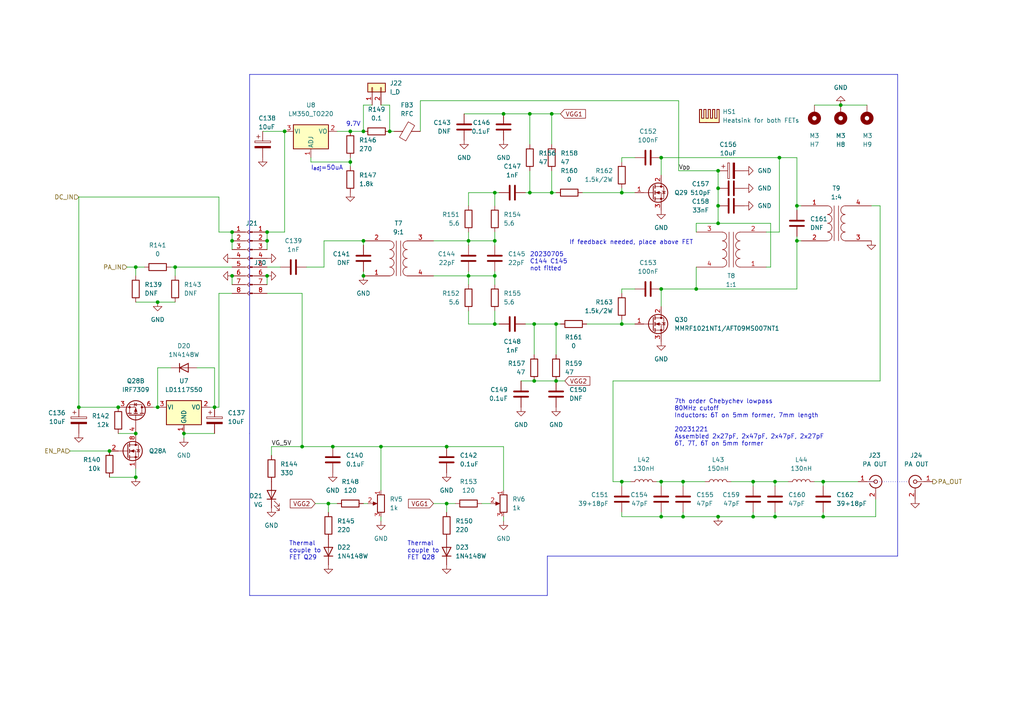
<source format=kicad_sch>
(kicad_sch (version 20230121) (generator eeschema)

  (uuid 23a5678d-f14a-42e0-9e0f-c58ad589532f)

  (paper "A4")

  (title_block
    (title "DART-70 TRX")
    (date "2024-01-31")
    (rev "1")
    (company "HB9EGM")
    (comment 1 "A 4m Band SSB/CW Transceiver")
    (comment 2 "Power Amplifier")
  )

  

  (junction (at 129.54 129.54) (diameter 0) (color 0 0 0 0)
    (uuid 00a9bf31-5693-48ee-843c-84ba7c1825e4)
  )
  (junction (at 67.31 67.31) (diameter 0) (color 0 0 0 0)
    (uuid 018be638-d71c-4d87-b73e-3b122c747273)
  )
  (junction (at 160.02 55.88) (diameter 0) (color 0 0 0 0)
    (uuid 0dc97b2b-98f5-4f81-a4b6-f10781d3b160)
  )
  (junction (at 67.31 69.85) (diameter 0) (color 0 0 0 0)
    (uuid 0f5d58d5-669d-4592-ae44-534ad7e7f3f2)
  )
  (junction (at 191.77 139.7) (diameter 0) (color 0 0 0 0)
    (uuid 1190286f-bc01-45d0-bdda-652501fac563)
  )
  (junction (at 198.12 149.86) (diameter 0) (color 0 0 0 0)
    (uuid 11b9d2e6-81c0-46e2-8e5c-4c9b4a487db1)
  )
  (junction (at 224.79 149.86) (diameter 0) (color 0 0 0 0)
    (uuid 169fe2ba-c49f-4563-b93a-0aa82b0e8f0e)
  )
  (junction (at 201.93 83.82) (diameter 0) (color 0 0 0 0)
    (uuid 1a55edc2-84ce-4698-afd0-ce89a8423090)
  )
  (junction (at 105.41 38.1) (diameter 0) (color 0 0 0 0)
    (uuid 1d61ae6b-82dc-4a56-86ce-44a7fce84cf1)
  )
  (junction (at 231.14 59.69) (diameter 0) (color 0 0 0 0)
    (uuid 201640bb-e925-4d5c-b471-ab56b7f38c54)
  )
  (junction (at 31.75 130.81) (diameter 0) (color 0 0 0 0)
    (uuid 20532f55-6ca5-4db1-8122-d066a5deca97)
  )
  (junction (at 153.67 33.02) (diameter 0) (color 0 0 0 0)
    (uuid 29193f5d-7841-48f5-b586-96cbee5a07d5)
  )
  (junction (at 208.28 149.86) (diameter 0) (color 0 0 0 0)
    (uuid 2944e809-bf47-4b81-b200-121289761ed1)
  )
  (junction (at 39.37 138.43) (diameter 0) (color 0 0 0 0)
    (uuid 29bc49ce-d5f6-4546-b475-0b8d826019c7)
  )
  (junction (at 146.05 33.02) (diameter 0) (color 0 0 0 0)
    (uuid 2ca32adb-9047-4d23-898b-48d94f451fa2)
  )
  (junction (at 180.34 55.88) (diameter 0) (color 0 0 0 0)
    (uuid 349a4eb3-deb0-4994-ba0a-e23a91346992)
  )
  (junction (at 53.34 125.73) (diameter 0) (color 0 0 0 0)
    (uuid 34ad9104-4aec-413d-8c0e-1fe64bf95c79)
  )
  (junction (at 243.84 30.48) (diameter 0) (color 0 0 0 0)
    (uuid 37a9d731-529c-4097-bc66-1496ee02dbe0)
  )
  (junction (at 45.72 118.11) (diameter 0) (color 0 0 0 0)
    (uuid 395bc9b2-3458-4ad4-a468-e0a11f8351a6)
  )
  (junction (at 50.8 77.47) (diameter 0) (color 0 0 0 0)
    (uuid 3bc6f319-45d9-4d92-b709-150dc296e3e3)
  )
  (junction (at 160.02 33.02) (diameter 0) (color 0 0 0 0)
    (uuid 3d76d0aa-ffaf-4e0f-acb3-7daa2c08fd90)
  )
  (junction (at 129.54 146.05) (diameter 0) (color 0 0 0 0)
    (uuid 45343804-2488-4c7a-870d-8b6266de79aa)
  )
  (junction (at 226.06 45.72) (diameter 0) (color 0 0 0 0)
    (uuid 45d25079-49ba-42d3-8214-a17f1366934f)
  )
  (junction (at 191.77 83.82) (diameter 0) (color 0 0 0 0)
    (uuid 46c78ed4-4614-483b-9e27-b81dc59bfb52)
  )
  (junction (at 231.14 69.85) (diameter 0) (color 0 0 0 0)
    (uuid 4865f11e-4bbd-4ae9-98c0-17c1475ebd21)
  )
  (junction (at 143.51 55.88) (diameter 0) (color 0 0 0 0)
    (uuid 4aadce6a-d50b-45f8-a033-dcc4bea52391)
  )
  (junction (at 105.41 80.01) (diameter 0) (color 0 0 0 0)
    (uuid 52218bfd-5195-423d-844f-6feace98a85b)
  )
  (junction (at 180.34 93.98) (diameter 0) (color 0 0 0 0)
    (uuid 65437939-d9c1-47fd-a1ae-2e641394a26e)
  )
  (junction (at 22.86 118.11) (diameter 0) (color 0 0 0 0)
    (uuid 7629175d-ae1a-4764-9a83-e91cb21c21ea)
  )
  (junction (at 95.25 146.05) (diameter 0) (color 0 0 0 0)
    (uuid 770e41a4-5ec0-4019-8763-111e9fe1283d)
  )
  (junction (at 143.51 80.01) (diameter 0) (color 0 0 0 0)
    (uuid 7b948514-a138-4a94-8e43-f8181fa36a07)
  )
  (junction (at 113.03 38.1) (diameter 0) (color 0 0 0 0)
    (uuid 7bc21d1a-16a9-4ef3-a553-9065bc06ee3c)
  )
  (junction (at 154.94 93.98) (diameter 0) (color 0 0 0 0)
    (uuid 7f2796bf-e1d4-4110-8d8b-0ff6bda985a3)
  )
  (junction (at 67.31 80.01) (diameter 0) (color 0 0 0 0)
    (uuid 7f5b2f73-5703-4ef7-b1fa-563f3476def3)
  )
  (junction (at 224.79 139.7) (diameter 0) (color 0 0 0 0)
    (uuid 8402d871-5523-4a16-8c07-99d580102bc0)
  )
  (junction (at 87.63 129.54) (diameter 0) (color 0 0 0 0)
    (uuid 9117f8c0-7c27-49fc-8a32-89061d5b49d9)
  )
  (junction (at 77.47 67.31) (diameter 0) (color 0 0 0 0)
    (uuid 91d168d1-4d25-40ba-ae55-15415c655fcf)
  )
  (junction (at 135.89 80.01) (diameter 0) (color 0 0 0 0)
    (uuid 95c732e9-37db-43be-b499-c30c57b0e1f7)
  )
  (junction (at 45.72 87.63) (diameter 0) (color 0 0 0 0)
    (uuid 95e609b4-aa85-4f15-97bd-4cb457f32c03)
  )
  (junction (at 191.77 45.72) (diameter 0) (color 0 0 0 0)
    (uuid 97552ee1-af94-4c94-b682-b34119d67275)
  )
  (junction (at 218.44 139.7) (diameter 0) (color 0 0 0 0)
    (uuid 995fd178-17d6-4d3e-8acb-8d785bd5fffc)
  )
  (junction (at 208.28 54.61) (diameter 0) (color 0 0 0 0)
    (uuid 9ac767e8-7860-41f7-a6dc-022dbbfe978f)
  )
  (junction (at 143.51 93.98) (diameter 0) (color 0 0 0 0)
    (uuid 9c1a8aa3-6f62-43d5-bf56-ac00d5c99775)
  )
  (junction (at 198.12 139.7) (diameter 0) (color 0 0 0 0)
    (uuid a0407873-4bbd-4776-aa5f-665b3c08936c)
  )
  (junction (at 77.47 80.01) (diameter 0) (color 0 0 0 0)
    (uuid a7a2a279-d40f-4587-bec9-d4d3067b13e5)
  )
  (junction (at 153.67 55.88) (diameter 0) (color 0 0 0 0)
    (uuid aa89c5af-af25-49c1-96f4-06c6ce91f19e)
  )
  (junction (at 101.6 46.99) (diameter 0) (color 0 0 0 0)
    (uuid af091ba7-4a6d-498e-bd0b-14fda6edf260)
  )
  (junction (at 154.94 110.49) (diameter 0) (color 0 0 0 0)
    (uuid ba04cb58-9776-456e-90eb-494c877d5ce7)
  )
  (junction (at 208.28 59.69) (diameter 0) (color 0 0 0 0)
    (uuid ba431773-10fb-4d16-9ba2-eb6fd3c285b4)
  )
  (junction (at 218.44 149.86) (diameter 0) (color 0 0 0 0)
    (uuid bd70a2e0-a82f-4de4-a0fa-3e489255ccd2)
  )
  (junction (at 34.29 118.11) (diameter 0) (color 0 0 0 0)
    (uuid be1784a6-59d6-4cde-9c33-90a6012ea93e)
  )
  (junction (at 191.77 149.86) (diameter 0) (color 0 0 0 0)
    (uuid bfe16a13-83ef-4525-9238-87977c9e0324)
  )
  (junction (at 105.41 69.85) (diameter 0) (color 0 0 0 0)
    (uuid c1812bca-1a73-4f18-9a33-1b204224d02a)
  )
  (junction (at 208.28 64.77) (diameter 0) (color 0 0 0 0)
    (uuid c4c8dc22-30cb-4ab5-9ea7-ce681435a526)
  )
  (junction (at 77.47 69.85) (diameter 0) (color 0 0 0 0)
    (uuid ce5230a8-798d-481b-92d7-62613f234a9f)
  )
  (junction (at 208.28 49.53) (diameter 0) (color 0 0 0 0)
    (uuid ce67e4fa-a993-4a9d-853a-c16f4292267a)
  )
  (junction (at 238.76 149.86) (diameter 0) (color 0 0 0 0)
    (uuid d6aa82f3-1581-4e28-9aa5-df659b8e8178)
  )
  (junction (at 161.29 110.49) (diameter 0) (color 0 0 0 0)
    (uuid da475678-1d3f-412b-b97e-fcd878ddc967)
  )
  (junction (at 82.55 38.1) (diameter 0) (color 0 0 0 0)
    (uuid de4a013d-057c-4526-b3ee-b7119435e384)
  )
  (junction (at 62.23 118.11) (diameter 0) (color 0 0 0 0)
    (uuid deafc291-0fe3-4cfb-914a-c34a72d0d21a)
  )
  (junction (at 39.37 77.47) (diameter 0) (color 0 0 0 0)
    (uuid e09d4217-9b5f-4cf8-8963-de289c5f1d23)
  )
  (junction (at 101.6 38.1) (diameter 0) (color 0 0 0 0)
    (uuid e1ae65fb-5d8e-4707-a860-4099b5b12f92)
  )
  (junction (at 96.52 129.54) (diameter 0) (color 0 0 0 0)
    (uuid e4589850-a03e-4f46-9ea8-63c370df9c6c)
  )
  (junction (at 143.51 69.85) (diameter 0) (color 0 0 0 0)
    (uuid e99cd3cb-eecd-48de-8dac-f3583e9ee5aa)
  )
  (junction (at 180.34 139.7) (diameter 0) (color 0 0 0 0)
    (uuid f1f0fc3f-3df6-42a9-bad0-ae1a97ab3dd1)
  )
  (junction (at 39.37 125.73) (diameter 0) (color 0 0 0 0)
    (uuid f5a60bd5-1c34-47ca-8ecb-aa99fd3fc492)
  )
  (junction (at 238.76 139.7) (diameter 0) (color 0 0 0 0)
    (uuid f95b6c97-e71d-442c-ab28-687f0c1b2ecd)
  )
  (junction (at 161.29 93.98) (diameter 0) (color 0 0 0 0)
    (uuid fa77d425-d7f6-4c77-9f7d-bb18f02e72f6)
  )
  (junction (at 110.49 129.54) (diameter 0) (color 0 0 0 0)
    (uuid fc158e7b-4b67-4dbc-8bc0-b32dabb0353c)
  )
  (junction (at 135.89 69.85) (diameter 0) (color 0 0 0 0)
    (uuid fd4faf0a-37e9-4552-8fd5-5779c63690e1)
  )

  (wire (pts (xy 160.02 41.91) (xy 160.02 33.02))
    (stroke (width 0) (type default))
    (uuid 003766df-760d-4945-aead-fd459cf2cc7e)
  )
  (wire (pts (xy 238.76 148.59) (xy 238.76 149.86))
    (stroke (width 0) (type default))
    (uuid 00b03189-3640-4f86-a383-2e455c33fb42)
  )
  (wire (pts (xy 191.77 139.7) (xy 198.12 139.7))
    (stroke (width 0) (type default))
    (uuid 01303a8c-cc11-400c-8bb1-9c7a6554cd45)
  )
  (wire (pts (xy 153.67 55.88) (xy 153.67 49.53))
    (stroke (width 0) (type default))
    (uuid 01cd1a32-53d4-480c-a184-d16eda8ee96e)
  )
  (wire (pts (xy 222.25 67.31) (xy 226.06 67.31))
    (stroke (width 0) (type default))
    (uuid 0213fd9f-9172-4644-aa96-b68d556aae75)
  )
  (wire (pts (xy 143.51 67.31) (xy 143.51 69.85))
    (stroke (width 0) (type default))
    (uuid 05bd47c1-4917-4b79-bd80-c7e5e8dd13c8)
  )
  (wire (pts (xy 180.34 140.97) (xy 180.34 139.7))
    (stroke (width 0) (type default))
    (uuid 05c4acf2-1aea-4e36-a39b-8de69c211c79)
  )
  (wire (pts (xy 93.98 77.47) (xy 93.98 69.85))
    (stroke (width 0) (type default))
    (uuid 08da3a2b-c17b-44c3-a933-0280f33f01b4)
  )
  (wire (pts (xy 125.73 69.85) (xy 135.89 69.85))
    (stroke (width 0) (type default))
    (uuid 090a5550-aaf0-4baa-93d5-0e07d425691a)
  )
  (wire (pts (xy 135.89 78.74) (xy 135.89 80.01))
    (stroke (width 0) (type default))
    (uuid 090e8cfd-ba33-4d7d-9c81-3debb551627b)
  )
  (wire (pts (xy 135.89 82.55) (xy 135.89 80.01))
    (stroke (width 0) (type default))
    (uuid 0c403a72-1507-400c-bcf9-bdea8d77da0c)
  )
  (wire (pts (xy 161.29 93.98) (xy 154.94 93.98))
    (stroke (width 0) (type default))
    (uuid 0c62e9e2-99ea-4b9f-a93d-d3265a59ccc4)
  )
  (wire (pts (xy 143.51 82.55) (xy 143.51 80.01))
    (stroke (width 0) (type default))
    (uuid 0db8d2aa-1710-4582-b3d9-cb71117f3069)
  )
  (polyline (pts (xy 72.39 125.73) (xy 72.39 172.72))
    (stroke (width 0) (type default))
    (uuid 0e97a1c7-a3b0-49a1-b55a-a05eb846150e)
  )

  (wire (pts (xy 201.93 77.47) (xy 201.93 83.82))
    (stroke (width 0) (type default))
    (uuid 117e449a-10cc-40db-a294-4fa340a9cac0)
  )
  (wire (pts (xy 198.12 148.59) (xy 198.12 149.86))
    (stroke (width 0) (type default))
    (uuid 129d98eb-7dcb-4630-a22b-2b23e8fcd745)
  )
  (wire (pts (xy 180.34 83.82) (xy 184.15 83.82))
    (stroke (width 0) (type default))
    (uuid 15279dd8-9bd1-48fc-9f70-e7f93e55299a)
  )
  (wire (pts (xy 218.44 148.59) (xy 218.44 149.86))
    (stroke (width 0) (type default))
    (uuid 176a64d2-c693-4d78-ab17-fc4d752dc7bf)
  )
  (wire (pts (xy 144.78 55.88) (xy 143.51 55.88))
    (stroke (width 0) (type default))
    (uuid 190cb8c5-8a7f-4df3-af19-907585046dea)
  )
  (wire (pts (xy 129.54 146.05) (xy 132.08 146.05))
    (stroke (width 0) (type default))
    (uuid 1941097c-3dde-477c-9880-5f4a67beef11)
  )
  (wire (pts (xy 88.9 77.47) (xy 93.98 77.47))
    (stroke (width 0) (type default))
    (uuid 1bb0e012-00ba-4f66-98d9-e0c61b08d886)
  )
  (wire (pts (xy 60.96 118.11) (xy 62.23 118.11))
    (stroke (width 0) (type default))
    (uuid 1de018d4-5c44-4308-83e7-3cd467a0df2c)
  )
  (wire (pts (xy 191.77 83.82) (xy 201.93 83.82))
    (stroke (width 0) (type default))
    (uuid 1e0ac3bd-2032-4a66-a210-cf54c4394e90)
  )
  (polyline (pts (xy 260.35 21.59) (xy 260.35 161.29))
    (stroke (width 0) (type default))
    (uuid 1e42598a-f528-4ed6-adc9-5d49f8a54068)
  )

  (wire (pts (xy 160.02 55.88) (xy 161.29 55.88))
    (stroke (width 0) (type default))
    (uuid 1fc99f89-a9e3-40d0-a00e-00b942f68fbe)
  )
  (wire (pts (xy 67.31 72.39) (xy 67.31 69.85))
    (stroke (width 0) (type default))
    (uuid 20c49d41-bbed-4fd7-871e-c8cda9b70919)
  )
  (wire (pts (xy 238.76 139.7) (xy 248.92 139.7))
    (stroke (width 0) (type default))
    (uuid 20e91198-3a81-4bb2-883d-67438d536dfb)
  )
  (wire (pts (xy 180.34 149.86) (xy 180.34 148.59))
    (stroke (width 0) (type default))
    (uuid 22495173-2d45-4f6f-9abc-6c550a9ad708)
  )
  (wire (pts (xy 20.32 130.81) (xy 31.75 130.81))
    (stroke (width 0) (type default))
    (uuid 244cb991-83cb-471e-802b-24c925680851)
  )
  (wire (pts (xy 146.05 142.24) (xy 146.05 129.54))
    (stroke (width 0) (type default))
    (uuid 244ff2bc-70e5-4e35-bfb2-a65f8b5dba01)
  )
  (wire (pts (xy 231.14 68.58) (xy 231.14 69.85))
    (stroke (width 0) (type default))
    (uuid 2498ff12-ed26-4ee2-a8eb-6bcc5369ccfa)
  )
  (wire (pts (xy 168.91 55.88) (xy 180.34 55.88))
    (stroke (width 0) (type default))
    (uuid 275deabf-8009-409b-b4ac-41d9bed031f8)
  )
  (wire (pts (xy 154.94 110.49) (xy 161.29 110.49))
    (stroke (width 0) (type default))
    (uuid 27dce1e3-d97e-42b2-835a-51f963345258)
  )
  (wire (pts (xy 201.93 64.77) (xy 201.93 67.31))
    (stroke (width 0) (type default))
    (uuid 287c2405-6913-4715-9df1-ff5ad9edb79a)
  )
  (wire (pts (xy 191.77 148.59) (xy 191.77 149.86))
    (stroke (width 0) (type default))
    (uuid 2974f09b-e6b8-4064-b7aa-e536277a9dd1)
  )
  (wire (pts (xy 161.29 110.49) (xy 163.83 110.49))
    (stroke (width 0) (type default))
    (uuid 2c9f3b73-c557-4d2a-9dd7-0487ea71ec0e)
  )
  (wire (pts (xy 153.67 41.91) (xy 153.67 33.02))
    (stroke (width 0) (type default))
    (uuid 2dbf30dd-74ba-489b-bc21-50743495fd6e)
  )
  (wire (pts (xy 22.86 57.15) (xy 63.5 57.15))
    (stroke (width 0) (type default))
    (uuid 2e8ecb35-8132-4c05-95f9-e06ac9dcb906)
  )
  (wire (pts (xy 231.14 59.69) (xy 231.14 60.96))
    (stroke (width 0) (type default))
    (uuid 314f8e04-4aa0-4bb5-827d-61a31e51db59)
  )
  (wire (pts (xy 34.29 125.73) (xy 39.37 125.73))
    (stroke (width 0) (type default))
    (uuid 326d996d-3cfd-4380-aa75-da9dedb0ddb6)
  )
  (wire (pts (xy 110.49 30.48) (xy 113.03 30.48))
    (stroke (width 0) (type default))
    (uuid 32b0485d-44e4-459e-b414-08683522870b)
  )
  (wire (pts (xy 77.47 67.31) (xy 77.47 69.85))
    (stroke (width 0) (type default))
    (uuid 32e7b266-8a06-4afa-95ae-6cc7fd2c4682)
  )
  (wire (pts (xy 180.34 54.61) (xy 180.34 55.88))
    (stroke (width 0) (type default))
    (uuid 3b137ae9-360e-432b-b9e1-c0db7be18a6f)
  )
  (wire (pts (xy 252.73 59.69) (xy 255.27 59.69))
    (stroke (width 0) (type default))
    (uuid 3fa43fd5-1023-4d73-9454-49a58988d36d)
  )
  (wire (pts (xy 196.85 49.53) (xy 208.28 49.53))
    (stroke (width 0) (type default))
    (uuid 410150c4-40fc-4943-abc9-82881f5d36d2)
  )
  (wire (pts (xy 198.12 149.86) (xy 191.77 149.86))
    (stroke (width 0) (type default))
    (uuid 45d7483e-8114-4f8f-b539-62807589f130)
  )
  (wire (pts (xy 162.56 33.02) (xy 160.02 33.02))
    (stroke (width 0) (type default))
    (uuid 46618fa5-0b3e-4206-965f-d2c1fa7fd544)
  )
  (wire (pts (xy 190.5 139.7) (xy 191.77 139.7))
    (stroke (width 0) (type default))
    (uuid 46ccb03d-9859-4d39-a84e-de35f474656d)
  )
  (wire (pts (xy 224.79 139.7) (xy 218.44 139.7))
    (stroke (width 0) (type default))
    (uuid 47431c99-b3b4-40b7-9c3c-b504fe7f80ad)
  )
  (wire (pts (xy 238.76 139.7) (xy 238.76 140.97))
    (stroke (width 0) (type default))
    (uuid 4836d259-bca8-4757-a2e4-0014edd49bee)
  )
  (wire (pts (xy 63.5 57.15) (xy 63.5 67.31))
    (stroke (width 0) (type default))
    (uuid 48b545c2-3185-4c66-b1e3-9fd320bb6c0e)
  )
  (wire (pts (xy 39.37 135.89) (xy 39.37 138.43))
    (stroke (width 0) (type default))
    (uuid 49117d96-ecd5-4c4c-867f-fba2a373e768)
  )
  (polyline (pts (xy 72.39 172.72) (xy 158.75 172.72))
    (stroke (width 0) (type default))
    (uuid 4ae5fbc9-eb99-4e4e-8086-7665b8159a43)
  )

  (wire (pts (xy 135.89 55.88) (xy 143.51 55.88))
    (stroke (width 0) (type default))
    (uuid 4c1800c2-8348-464f-9f96-c07e927f3b27)
  )
  (wire (pts (xy 50.8 77.47) (xy 67.31 77.47))
    (stroke (width 0) (type default))
    (uuid 4f28f9c8-885b-461f-99ce-9e467196f1b9)
  )
  (wire (pts (xy 135.89 69.85) (xy 135.89 71.12))
    (stroke (width 0) (type default))
    (uuid 4f6eb515-be7f-47aa-980d-105f546479e2)
  )
  (wire (pts (xy 143.51 69.85) (xy 135.89 69.85))
    (stroke (width 0) (type default))
    (uuid 50a21b5d-899a-44a0-996e-051d02331b9b)
  )
  (wire (pts (xy 36.83 77.47) (xy 39.37 77.47))
    (stroke (width 0) (type default))
    (uuid 50ee2088-c749-44b7-9441-ded0f956dbfb)
  )
  (wire (pts (xy 222.25 77.47) (xy 223.52 77.47))
    (stroke (width 0) (type default))
    (uuid 517f26e5-18d4-43ac-972a-ba2567992a0c)
  )
  (wire (pts (xy 63.5 118.11) (xy 62.23 118.11))
    (stroke (width 0) (type default))
    (uuid 526cf808-e002-43dd-a0e0-44a3396fee16)
  )
  (wire (pts (xy 50.8 80.01) (xy 50.8 77.47))
    (stroke (width 0) (type default))
    (uuid 529d787f-495b-411a-9099-24f01e97f4fb)
  )
  (wire (pts (xy 39.37 77.47) (xy 41.91 77.47))
    (stroke (width 0) (type default))
    (uuid 54dc5336-21a7-449e-8921-31bd50e0dd34)
  )
  (wire (pts (xy 153.67 33.02) (xy 146.05 33.02))
    (stroke (width 0) (type default))
    (uuid 5534ba7b-e05c-441b-ab61-b44786c0cc7f)
  )
  (wire (pts (xy 77.47 85.09) (xy 87.63 85.09))
    (stroke (width 0) (type default))
    (uuid 5bc7df61-b1cd-4588-856d-8c6fb4871ca2)
  )
  (wire (pts (xy 90.17 46.99) (xy 101.6 46.99))
    (stroke (width 0) (type default))
    (uuid 5d504083-b2cb-4825-8a1c-f090158440ad)
  )
  (wire (pts (xy 62.23 106.68) (xy 57.15 106.68))
    (stroke (width 0) (type default))
    (uuid 5dea8c98-c3fa-4feb-b6cc-516656233175)
  )
  (wire (pts (xy 191.77 139.7) (xy 191.77 140.97))
    (stroke (width 0) (type default))
    (uuid 5e519133-39e0-4d9c-923a-654d70e785ea)
  )
  (wire (pts (xy 143.51 78.74) (xy 143.51 80.01))
    (stroke (width 0) (type default))
    (uuid 5e72ac5c-c90a-41fa-9dba-d1d47974ec35)
  )
  (wire (pts (xy 218.44 149.86) (xy 208.28 149.86))
    (stroke (width 0) (type default))
    (uuid 5f190653-6f70-4988-87e8-9b7db66d156d)
  )
  (wire (pts (xy 39.37 138.43) (xy 31.75 138.43))
    (stroke (width 0) (type default))
    (uuid 617393ff-8ed2-4078-9ede-235bd1227e24)
  )
  (wire (pts (xy 76.2 38.1) (xy 82.55 38.1))
    (stroke (width 0) (type default))
    (uuid 62583d4b-9427-440d-8327-f9d7d21d09cb)
  )
  (wire (pts (xy 77.47 77.47) (xy 81.28 77.47))
    (stroke (width 0) (type default))
    (uuid 62c70670-1334-4513-905b-69fd3f256c43)
  )
  (wire (pts (xy 90.17 46.99) (xy 90.17 45.72))
    (stroke (width 0) (type default))
    (uuid 63065ccc-6177-47a4-ba4b-dac35da23d54)
  )
  (wire (pts (xy 45.72 87.63) (xy 39.37 87.63))
    (stroke (width 0) (type default))
    (uuid 658c1d04-d8a4-4581-8808-91199da32b7a)
  )
  (polyline (pts (xy 158.75 172.72) (xy 158.75 161.29))
    (stroke (width 0) (type default))
    (uuid 66b07fde-6cd4-4b98-a500-29e68bc48a26)
  )

  (wire (pts (xy 228.6 139.7) (xy 224.79 139.7))
    (stroke (width 0) (type default))
    (uuid 66b2dc35-2265-403a-99d6-443630d9bc0d)
  )
  (wire (pts (xy 97.79 38.1) (xy 101.6 38.1))
    (stroke (width 0) (type default))
    (uuid 67b7572b-8850-4da4-abc8-6a9a95c24196)
  )
  (wire (pts (xy 110.49 129.54) (xy 129.54 129.54))
    (stroke (width 0) (type default))
    (uuid 69fd6a37-2951-4523-be53-b297b12a3d30)
  )
  (wire (pts (xy 50.8 87.63) (xy 45.72 87.63))
    (stroke (width 0) (type default))
    (uuid 6b19a571-91ba-4d1a-8b96-09d23dc9b0fd)
  )
  (wire (pts (xy 129.54 148.59) (xy 129.54 146.05))
    (stroke (width 0) (type default))
    (uuid 6d9b2be2-0946-43d9-ae46-71aefe8a5f39)
  )
  (wire (pts (xy 160.02 33.02) (xy 153.67 33.02))
    (stroke (width 0) (type default))
    (uuid 6e8528c7-721a-4a9d-91ba-2bed867380fd)
  )
  (wire (pts (xy 93.98 69.85) (xy 105.41 69.85))
    (stroke (width 0) (type default))
    (uuid 700aab51-599c-46ef-ab05-ba582df59faf)
  )
  (wire (pts (xy 77.47 67.31) (xy 82.55 67.31))
    (stroke (width 0) (type default))
    (uuid 708f55ca-b0b2-4950-ad4c-df6179f30406)
  )
  (wire (pts (xy 208.28 149.86) (xy 198.12 149.86))
    (stroke (width 0) (type default))
    (uuid 72a4a520-5e37-46e3-b69d-c3460e9f221c)
  )
  (wire (pts (xy 143.51 55.88) (xy 143.51 59.69))
    (stroke (width 0) (type default))
    (uuid 747d6f52-cc08-417b-84fa-68d19b5edf1f)
  )
  (wire (pts (xy 218.44 139.7) (xy 218.44 140.97))
    (stroke (width 0) (type default))
    (uuid 74880265-f9ea-4dec-ae40-354f181a1e44)
  )
  (wire (pts (xy 196.85 29.21) (xy 196.85 49.53))
    (stroke (width 0) (type default))
    (uuid 7515cca1-e4ed-4308-8959-2cb96cb486bc)
  )
  (wire (pts (xy 113.03 38.1) (xy 113.03 30.48))
    (stroke (width 0) (type default))
    (uuid 77391e29-ecc1-42ae-956b-82e3188fdad6)
  )
  (wire (pts (xy 191.77 50.8) (xy 191.77 45.72))
    (stroke (width 0) (type default))
    (uuid 786e1d5b-e1c9-4d32-83e4-8256769342db)
  )
  (wire (pts (xy 218.44 139.7) (xy 212.09 139.7))
    (stroke (width 0) (type default))
    (uuid 792dcaf8-ca00-40d9-b156-266fa951bd81)
  )
  (wire (pts (xy 143.51 80.01) (xy 135.89 80.01))
    (stroke (width 0) (type default))
    (uuid 794dc39d-8571-437d-b869-222991e444b8)
  )
  (wire (pts (xy 110.49 142.24) (xy 110.49 129.54))
    (stroke (width 0) (type default))
    (uuid 7b76a79d-41f9-41dc-b73d-561e451cfaf8)
  )
  (wire (pts (xy 95.25 148.59) (xy 95.25 146.05))
    (stroke (width 0) (type default))
    (uuid 7b82c39d-7156-424b-89fa-48e5324ac466)
  )
  (wire (pts (xy 161.29 102.87) (xy 161.29 93.98))
    (stroke (width 0) (type default))
    (uuid 7cbcca09-f051-4a6a-a573-518f6f3e8480)
  )
  (wire (pts (xy 238.76 149.86) (xy 224.79 149.86))
    (stroke (width 0) (type default))
    (uuid 7cdac423-7c51-49f3-8be3-e2a9f7758c95)
  )
  (wire (pts (xy 105.41 78.74) (xy 105.41 80.01))
    (stroke (width 0) (type default))
    (uuid 7d681d34-4bc5-4be1-a8cb-4db186ab9108)
  )
  (wire (pts (xy 177.8 110.49) (xy 177.8 139.7))
    (stroke (width 0) (type default))
    (uuid 7e4b5443-42d5-428f-a8ff-0fa62039fc20)
  )
  (wire (pts (xy 82.55 38.1) (xy 82.55 67.31))
    (stroke (width 0) (type default))
    (uuid 7f503ee2-5760-4fc4-b83b-6c6a12238600)
  )
  (wire (pts (xy 224.79 139.7) (xy 224.79 140.97))
    (stroke (width 0) (type default))
    (uuid 7fb6fe3c-7427-4aad-825b-24b65566f507)
  )
  (wire (pts (xy 49.53 77.47) (xy 50.8 77.47))
    (stroke (width 0) (type default))
    (uuid 81351d0b-a4b5-4cb4-9ae9-f79698997dc6)
  )
  (wire (pts (xy 135.89 59.69) (xy 135.89 55.88))
    (stroke (width 0) (type default))
    (uuid 81640ccb-bb6f-4ca3-80a2-35618e8e087b)
  )
  (wire (pts (xy 67.31 69.85) (xy 67.31 67.31))
    (stroke (width 0) (type default))
    (uuid 823ff746-3dfe-4ad2-ae79-b99365815b3b)
  )
  (polyline (pts (xy 72.39 21.59) (xy 260.35 21.59))
    (stroke (width 0) (type default))
    (uuid 8398d6da-a6bc-43eb-be8d-a0a5e6cd131a)
  )

  (wire (pts (xy 63.5 67.31) (xy 67.31 67.31))
    (stroke (width 0) (type default))
    (uuid 83a62204-8d92-4968-9472-359242aa63b5)
  )
  (wire (pts (xy 113.03 38.1) (xy 114.3 38.1))
    (stroke (width 0) (type default))
    (uuid 8662e2bc-5e18-4d27-8e41-16580368082b)
  )
  (wire (pts (xy 151.13 110.49) (xy 154.94 110.49))
    (stroke (width 0) (type default))
    (uuid 8ac4c920-c88a-456c-8ad1-b60beb0e620f)
  )
  (wire (pts (xy 243.84 30.48) (xy 251.46 30.48))
    (stroke (width 0) (type default))
    (uuid 8cd234e5-8d99-4783-8e6c-debdf540bc71)
  )
  (wire (pts (xy 44.45 118.11) (xy 45.72 118.11))
    (stroke (width 0) (type default))
    (uuid 8ce64de9-e53d-4317-9ac8-b1f664a4aabd)
  )
  (wire (pts (xy 87.63 85.09) (xy 87.63 129.54))
    (stroke (width 0) (type default))
    (uuid 8ec295a0-e8aa-4d08-9ad2-7e3be5901bb0)
  )
  (wire (pts (xy 146.05 151.13) (xy 146.05 149.86))
    (stroke (width 0) (type default))
    (uuid 8f0d94cb-7dce-4f8d-b241-565acfd7242c)
  )
  (wire (pts (xy 135.89 67.31) (xy 135.89 69.85))
    (stroke (width 0) (type default))
    (uuid 8f25b4cf-19a6-4cfc-8247-405e6fad837e)
  )
  (wire (pts (xy 53.34 125.73) (xy 62.23 125.73))
    (stroke (width 0) (type default))
    (uuid 8fbf2c38-2aff-4578-b034-e4158cdc80fc)
  )
  (wire (pts (xy 49.53 106.68) (xy 45.72 106.68))
    (stroke (width 0) (type default))
    (uuid 94cc383e-941c-44b6-80db-8f4ce12601c4)
  )
  (wire (pts (xy 226.06 67.31) (xy 226.06 45.72))
    (stroke (width 0) (type default))
    (uuid 961f2f48-5823-4672-9657-6b8a54100496)
  )
  (wire (pts (xy 180.34 92.71) (xy 180.34 93.98))
    (stroke (width 0) (type default))
    (uuid 97156354-f4ae-4c61-9b61-c67f6e42daa4)
  )
  (wire (pts (xy 63.5 85.09) (xy 67.31 85.09))
    (stroke (width 0) (type default))
    (uuid 97d7e6e9-0043-4e91-9baa-8fec2b65798f)
  )
  (wire (pts (xy 191.77 45.72) (xy 226.06 45.72))
    (stroke (width 0) (type default))
    (uuid 98c89916-5912-4fa7-a8c4-45d1f47b949d)
  )
  (wire (pts (xy 255.27 110.49) (xy 177.8 110.49))
    (stroke (width 0) (type default))
    (uuid 9a340e87-d305-43ce-9f87-636252cba83b)
  )
  (wire (pts (xy 45.72 106.68) (xy 45.72 118.11))
    (stroke (width 0) (type default))
    (uuid 9c129c34-7c77-4e57-ba76-689d0a71870d)
  )
  (wire (pts (xy 63.5 85.09) (xy 63.5 118.11))
    (stroke (width 0) (type default))
    (uuid 9c5b4ad7-76e8-40c4-8007-a8a8969bf371)
  )
  (wire (pts (xy 139.7 146.05) (xy 142.24 146.05))
    (stroke (width 0) (type default))
    (uuid 9d368343-4950-4d34-b3a3-3301f02614b2)
  )
  (wire (pts (xy 95.25 146.05) (xy 91.44 146.05))
    (stroke (width 0) (type default))
    (uuid 9ff1d0a3-4bda-4084-8c92-d9a3e9bd2097)
  )
  (wire (pts (xy 254 144.78) (xy 254 149.86))
    (stroke (width 0) (type default))
    (uuid a03d083a-86d3-43fa-a5db-2ecd32926435)
  )
  (wire (pts (xy 180.34 45.72) (xy 184.15 45.72))
    (stroke (width 0) (type default))
    (uuid a1a0fa87-9518-4e3a-8b85-983034295cf2)
  )
  (wire (pts (xy 143.51 71.12) (xy 143.51 69.85))
    (stroke (width 0) (type default))
    (uuid a29c2a38-dbda-4d2b-b1e1-eb2b3491457e)
  )
  (wire (pts (xy 101.6 48.26) (xy 101.6 46.99))
    (stroke (width 0) (type default))
    (uuid a2e25017-5257-4f53-9d03-d7f687ab6c0f)
  )
  (wire (pts (xy 255.27 59.69) (xy 255.27 110.49))
    (stroke (width 0) (type default))
    (uuid a2e5b691-f77a-4583-8bea-441c4d2ce60e)
  )
  (wire (pts (xy 101.6 46.99) (xy 101.6 45.72))
    (stroke (width 0) (type default))
    (uuid a329349b-ba39-4ef8-9a28-50bd5ac5c6d5)
  )
  (wire (pts (xy 135.89 93.98) (xy 135.89 90.17))
    (stroke (width 0) (type default))
    (uuid a4b27e52-de6a-4049-9cca-f9f30d85d7f1)
  )
  (wire (pts (xy 77.47 69.85) (xy 77.47 72.39))
    (stroke (width 0) (type default))
    (uuid a5d1d492-dfa3-4faa-882c-a328491eb033)
  )
  (wire (pts (xy 110.49 151.13) (xy 110.49 149.86))
    (stroke (width 0) (type default))
    (uuid a6a1a43f-a88e-41c8-b880-7c537750051f)
  )
  (wire (pts (xy 180.34 55.88) (xy 184.15 55.88))
    (stroke (width 0) (type default))
    (uuid aa29402a-e28d-4e6a-a91c-d53faac46ef5)
  )
  (wire (pts (xy 208.28 49.53) (xy 208.28 54.61))
    (stroke (width 0) (type default))
    (uuid aaf3c0ed-76db-49b3-85a5-1a6f92e1d0b1)
  )
  (wire (pts (xy 231.14 69.85) (xy 232.41 69.85))
    (stroke (width 0) (type default))
    (uuid ab60541a-70a7-4147-8087-07866b7f21be)
  )
  (wire (pts (xy 198.12 139.7) (xy 204.47 139.7))
    (stroke (width 0) (type default))
    (uuid ad235f51-b06e-4d02-80dc-3c5ef34c01f0)
  )
  (wire (pts (xy 97.79 146.05) (xy 95.25 146.05))
    (stroke (width 0) (type default))
    (uuid ad3a2dc9-0a41-421d-b005-d9e9940696fd)
  )
  (wire (pts (xy 180.34 93.98) (xy 184.15 93.98))
    (stroke (width 0) (type default))
    (uuid aeaba250-61f2-4452-945f-e177f41b342c)
  )
  (wire (pts (xy 53.34 127) (xy 53.34 125.73))
    (stroke (width 0) (type default))
    (uuid afd000de-1f79-43c7-805a-97033c02476f)
  )
  (wire (pts (xy 77.47 80.01) (xy 77.47 82.55))
    (stroke (width 0) (type default))
    (uuid b0638642-906d-4721-afc4-2e70a0961498)
  )
  (wire (pts (xy 39.37 80.01) (xy 39.37 77.47))
    (stroke (width 0) (type default))
    (uuid b17770b4-75d1-43d7-a9ee-47c7f821b104)
  )
  (wire (pts (xy 121.92 38.1) (xy 121.92 29.21))
    (stroke (width 0) (type default))
    (uuid b269d51b-2f1d-42a9-ba9b-a602d888ef4b)
  )
  (wire (pts (xy 125.73 146.05) (xy 129.54 146.05))
    (stroke (width 0) (type default))
    (uuid b3a9f299-9137-4c0e-8d78-b8c51677a919)
  )
  (wire (pts (xy 191.77 83.82) (xy 191.77 88.9))
    (stroke (width 0) (type default))
    (uuid b4a67bed-e0d0-4a2b-ad95-50263ae29794)
  )
  (wire (pts (xy 153.67 55.88) (xy 160.02 55.88))
    (stroke (width 0) (type default))
    (uuid b6024484-8c2a-42f3-977d-891690fbe6a6)
  )
  (wire (pts (xy 223.52 77.47) (xy 223.52 64.77))
    (stroke (width 0) (type default))
    (uuid b6405e62-fe69-4e5e-bf39-a12d7be9fb00)
  )
  (wire (pts (xy 78.74 132.08) (xy 78.74 129.54))
    (stroke (width 0) (type default))
    (uuid b808564d-4d59-4c8d-8645-9f64fee897ea)
  )
  (wire (pts (xy 154.94 102.87) (xy 154.94 93.98))
    (stroke (width 0) (type default))
    (uuid bb75cd77-e810-43bd-b155-da62e8c644f7)
  )
  (wire (pts (xy 101.6 38.1) (xy 105.41 38.1))
    (stroke (width 0) (type default))
    (uuid bec0ce44-3d2b-4c79-b5e8-74a5b945c66e)
  )
  (wire (pts (xy 22.86 57.15) (xy 22.86 118.11))
    (stroke (width 0) (type default))
    (uuid bf7659ed-bc9f-491b-accb-3db8abf0f82a)
  )
  (wire (pts (xy 231.14 59.69) (xy 231.14 45.72))
    (stroke (width 0) (type default))
    (uuid c136cc08-0a30-42be-ac73-b57040aa3d8f)
  )
  (wire (pts (xy 223.52 64.77) (xy 208.28 64.77))
    (stroke (width 0) (type default))
    (uuid c45cd4a9-6d57-419f-b7e4-f2f6398e66f1)
  )
  (wire (pts (xy 254 149.86) (xy 238.76 149.86))
    (stroke (width 0) (type default))
    (uuid c7401b61-6bdc-4e54-9145-3259d391c0b4)
  )
  (wire (pts (xy 198.12 140.97) (xy 198.12 139.7))
    (stroke (width 0) (type default))
    (uuid c798b8fa-0a55-4e06-bca6-bad2d53d105b)
  )
  (wire (pts (xy 154.94 93.98) (xy 152.4 93.98))
    (stroke (width 0) (type default))
    (uuid c9c94256-b0e2-41d0-a6ac-8d3574e6f0f9)
  )
  (wire (pts (xy 87.63 129.54) (xy 96.52 129.54))
    (stroke (width 0) (type default))
    (uuid cad596e5-4e33-4e48-b52a-041b51bac332)
  )
  (wire (pts (xy 162.56 93.98) (xy 161.29 93.98))
    (stroke (width 0) (type default))
    (uuid caef4be8-1584-43bd-a128-f71411000238)
  )
  (polyline (pts (xy 158.75 161.29) (xy 260.35 161.29))
    (stroke (width 0) (type default))
    (uuid cb92ffa3-9da8-4c51-bf02-e9c5d63c50e0)
  )
  (polyline (pts (xy 72.39 21.59) (xy 72.39 125.73))
    (stroke (width 0) (type default))
    (uuid cbf11394-fc96-4418-a6f6-f186e5712833)
  )

  (wire (pts (xy 22.86 118.11) (xy 34.29 118.11))
    (stroke (width 0) (type default))
    (uuid ccfed1e0-71a4-467e-9f13-8aea53138931)
  )
  (wire (pts (xy 231.14 83.82) (xy 231.14 69.85))
    (stroke (width 0) (type default))
    (uuid cd52488a-d219-462f-b0e3-ccadbd95d7a3)
  )
  (wire (pts (xy 177.8 139.7) (xy 180.34 139.7))
    (stroke (width 0) (type default))
    (uuid cf78fe5b-3e94-4ad8-98dc-aa354be3ba69)
  )
  (wire (pts (xy 67.31 80.01) (xy 67.31 82.55))
    (stroke (width 0) (type default))
    (uuid d22591ff-4bc4-4bab-86b2-5aa2c3322f5b)
  )
  (wire (pts (xy 201.93 83.82) (xy 231.14 83.82))
    (stroke (width 0) (type default))
    (uuid d5901386-2638-4771-9120-9bae0ea1e701)
  )
  (wire (pts (xy 231.14 45.72) (xy 226.06 45.72))
    (stroke (width 0) (type default))
    (uuid d5c041fb-58ed-4fe2-ba76-b14c47c5e638)
  )
  (wire (pts (xy 146.05 129.54) (xy 129.54 129.54))
    (stroke (width 0) (type default))
    (uuid d65fb050-444d-460f-8812-814e9728db7c)
  )
  (wire (pts (xy 236.22 30.48) (xy 243.84 30.48))
    (stroke (width 0) (type default))
    (uuid d8b75ab7-d5b7-4174-ae95-3b40683aba30)
  )
  (wire (pts (xy 224.79 148.59) (xy 224.79 149.86))
    (stroke (width 0) (type default))
    (uuid d9f31086-35f1-4238-8b8f-fbe8c3cf4e17)
  )
  (wire (pts (xy 143.51 93.98) (xy 143.51 90.17))
    (stroke (width 0) (type default))
    (uuid db96ec06-0704-4dfc-a4da-5507475f2a35)
  )
  (wire (pts (xy 110.49 129.54) (xy 96.52 129.54))
    (stroke (width 0) (type default))
    (uuid dbe83ea4-45e0-4bf5-9404-ff48adb100fe)
  )
  (wire (pts (xy 224.79 149.86) (xy 218.44 149.86))
    (stroke (width 0) (type default))
    (uuid dc3e3a90-5f51-493f-a1b3-6437545baa5a)
  )
  (wire (pts (xy 105.41 71.12) (xy 105.41 69.85))
    (stroke (width 0) (type default))
    (uuid dc89d2df-0ae3-4da8-9650-c4dae9eb3248)
  )
  (wire (pts (xy 105.41 146.05) (xy 106.68 146.05))
    (stroke (width 0) (type default))
    (uuid de12bceb-6ef7-4510-83cb-3587e87fcec3)
  )
  (wire (pts (xy 180.34 45.72) (xy 180.34 46.99))
    (stroke (width 0) (type default))
    (uuid e1ba6fe0-3dfd-4cea-9ef8-13fa7ab7b4bb)
  )
  (wire (pts (xy 125.73 80.01) (xy 135.89 80.01))
    (stroke (width 0) (type default))
    (uuid e49fb271-6b54-4a26-8de3-46df0d1b3a67)
  )
  (wire (pts (xy 180.34 83.82) (xy 180.34 85.09))
    (stroke (width 0) (type default))
    (uuid e4bc9b49-8332-408c-879e-7bc639399e66)
  )
  (wire (pts (xy 236.22 139.7) (xy 238.76 139.7))
    (stroke (width 0) (type default))
    (uuid e4ffaea3-f841-4e23-b5df-039dd68d9ff7)
  )
  (wire (pts (xy 170.18 93.98) (xy 180.34 93.98))
    (stroke (width 0) (type default))
    (uuid e599fe9e-93e0-4a2e-8cdb-286327a202aa)
  )
  (wire (pts (xy 62.23 118.11) (xy 62.23 106.68))
    (stroke (width 0) (type default))
    (uuid e906d0d5-7bcc-4dca-8607-8559a05c5ecd)
  )
  (wire (pts (xy 180.34 139.7) (xy 182.88 139.7))
    (stroke (width 0) (type default))
    (uuid edb3996d-de3b-45fc-8f66-60d724634e5a)
  )
  (wire (pts (xy 232.41 59.69) (xy 231.14 59.69))
    (stroke (width 0) (type default))
    (uuid ee164115-ad65-4b45-a48c-085a9d2c75a1)
  )
  (wire (pts (xy 160.02 49.53) (xy 160.02 55.88))
    (stroke (width 0) (type default))
    (uuid f2415f15-51b3-42d4-a928-3db331755731)
  )
  (wire (pts (xy 208.28 54.61) (xy 208.28 59.69))
    (stroke (width 0) (type default))
    (uuid f2549e2d-1edd-445c-80d8-69d6f29e517c)
  )
  (wire (pts (xy 78.74 129.54) (xy 87.63 129.54))
    (stroke (width 0) (type default))
    (uuid f268889d-15b0-46e3-a5d2-7fcc58510960)
  )
  (polyline (pts (xy 262.89 139.7) (xy 251.46 139.7))
    (stroke (width 0) (type dot))
    (uuid f2f2a7bf-a103-4999-834f-e6a8711b8e0d)
  )

  (wire (pts (xy 107.95 30.48) (xy 105.41 30.48))
    (stroke (width 0) (type default))
    (uuid f31bc184-4929-403a-80dc-b79e361090d3)
  )
  (wire (pts (xy 144.78 93.98) (xy 143.51 93.98))
    (stroke (width 0) (type default))
    (uuid f3bd94cf-2433-4a0e-ba88-da52a1db3c85)
  )
  (wire (pts (xy 143.51 93.98) (xy 135.89 93.98))
    (stroke (width 0) (type default))
    (uuid f3d0c01f-d3b6-4682-aa4e-aaf54aa3d304)
  )
  (wire (pts (xy 208.28 59.69) (xy 208.28 64.77))
    (stroke (width 0) (type default))
    (uuid f434c152-41d2-46ec-9067-6b182cbde5bc)
  )
  (wire (pts (xy 105.41 30.48) (xy 105.41 38.1))
    (stroke (width 0) (type default))
    (uuid f54a43e9-314a-4866-a91e-2ec5ff59795c)
  )
  (wire (pts (xy 208.28 64.77) (xy 201.93 64.77))
    (stroke (width 0) (type default))
    (uuid f62c7ba9-26e6-4b11-812a-ca5a8885f568)
  )
  (wire (pts (xy 191.77 149.86) (xy 180.34 149.86))
    (stroke (width 0) (type default))
    (uuid f7a93800-213b-4e5f-a19e-fe7ebff506a4)
  )
  (wire (pts (xy 152.4 55.88) (xy 153.67 55.88))
    (stroke (width 0) (type default))
    (uuid fbdd5f89-ac2a-4b54-89ba-ad3e5a137148)
  )
  (wire (pts (xy 134.62 33.02) (xy 146.05 33.02))
    (stroke (width 0) (type default))
    (uuid fca9dbc2-7e9d-4cec-9bbc-6b0dec1ddb9b)
  )
  (wire (pts (xy 121.92 29.21) (xy 196.85 29.21))
    (stroke (width 0) (type default))
    (uuid fdbb4031-d6b2-4433-b46c-0bb6b95ccda2)
  )

  (text "Thermal\ncouple to\nFET Q29" (at 83.82 162.56 0)
    (effects (font (size 1.27 1.27)) (justify left bottom))
    (uuid 4232657e-645a-4a13-9977-ada50031ee47)
  )
  (text "If feedback needed, place above FET" (at 165.1 71.12 0)
    (effects (font (size 1.27 1.27)) (justify left bottom))
    (uuid 4bc8df9b-c803-4c4a-8bbb-87401557f878)
  )
  (text "20230705\nC144 C145\nnot fitted" (at 153.67 78.74 0)
    (effects (font (size 1.27 1.27)) (justify left bottom))
    (uuid 6bff581d-7fcb-4fc2-99d2-9cf41cae2e38)
  )
  (text "9.7V" (at 100.33 36.83 0)
    (effects (font (size 1.27 1.27)) (justify left bottom))
    (uuid 7d335926-7fd8-415d-8caa-3060b628cfdc)
  )
  (text "Thermal\ncouple to\nFET Q28" (at 118.11 162.56 0)
    (effects (font (size 1.27 1.27)) (justify left bottom))
    (uuid 8db3bcbc-48db-441d-944b-3b4c9f5f435f)
  )
  (text "I_{adj}=50uA" (at 90.17 49.53 0)
    (effects (font (size 1.27 1.27)) (justify left bottom))
    (uuid b260a4ab-459d-4dc1-a9ee-ef2c3af17abd)
  )
  (text "7th order Chebychev lowpass\n80MHz cutoff\nInductors: 6T on 5mm former, 7mm length\n\n20231221\nAssembled 2x27pF, 2x47pF, 2x47pF, 2x27pF\n6T, 7T, 6T on 5mm former"
    (at 195.58 129.54 0)
    (effects (font (size 1.27 1.27)) (justify left bottom))
    (uuid cceb5067-9e99-4f55-8885-a39556c8fc05)
  )

  (label "VG_5V" (at 78.74 129.54 0) (fields_autoplaced)
    (effects (font (size 1.27 1.27)) (justify left bottom))
    (uuid 2df9bdbc-e27a-41be-93ce-5e67908965ef)
  )
  (label "V_{DD}" (at 196.85 49.53 0) (fields_autoplaced)
    (effects (font (size 1.27 1.27)) (justify left bottom))
    (uuid ff6f11b9-55da-455b-a74e-83e04302aa70)
  )

  (global_label "VGG2" (shape input) (at 163.83 110.49 0) (fields_autoplaced)
    (effects (font (size 1.27 1.27)) (justify left))
    (uuid 22c10e3a-cb4b-4b79-a36a-177ef5623ae4)
    (property "Intersheetrefs" "${INTERSHEET_REFS}" (at 171.0812 110.4106 0)
      (effects (font (size 1.27 1.27)) (justify left) hide)
    )
  )
  (global_label "VGG1" (shape input) (at 162.56 33.02 0) (fields_autoplaced)
    (effects (font (size 1.27 1.27)) (justify left))
    (uuid 98f3d109-18e9-438f-a7e4-2ea4c51eaff2)
    (property "Intersheetrefs" "${INTERSHEET_REFS}" (at 169.8112 32.9406 0)
      (effects (font (size 1.27 1.27)) (justify left) hide)
    )
  )
  (global_label "VGG2" (shape input) (at 91.44 146.05 180) (fields_autoplaced)
    (effects (font (size 1.27 1.27)) (justify right))
    (uuid 9ba3ca89-57a7-4191-b28d-3353c4f09f51)
    (property "Intersheetrefs" "${INTERSHEET_REFS}" (at 84.1888 145.9706 0)
      (effects (font (size 1.27 1.27)) (justify right) hide)
    )
  )
  (global_label "VGG1" (shape input) (at 125.73 146.05 180) (fields_autoplaced)
    (effects (font (size 1.27 1.27)) (justify right))
    (uuid f3db337a-e60f-4892-8801-061e5ccbb092)
    (property "Intersheetrefs" "${INTERSHEET_REFS}" (at 118.4788 145.9706 0)
      (effects (font (size 1.27 1.27)) (justify right) hide)
    )
  )

  (hierarchical_label "EN_PA" (shape input) (at 20.32 130.81 180) (fields_autoplaced)
    (effects (font (size 1.27 1.27)) (justify right))
    (uuid 54920291-e458-4bff-862c-d8311f99297a)
  )
  (hierarchical_label "PA_OUT" (shape output) (at 270.51 139.7 0) (fields_autoplaced)
    (effects (font (size 1.27 1.27)) (justify left))
    (uuid ae6a0f34-c857-407c-b4b9-c842ee582dec)
  )
  (hierarchical_label "DC_IN" (shape input) (at 22.86 57.15 180) (fields_autoplaced)
    (effects (font (size 1.27 1.27)) (justify right))
    (uuid bfe479bf-766d-410c-b2e7-4b586ffd685f)
  )
  (hierarchical_label "PA_IN" (shape input) (at 36.83 77.47 180) (fields_autoplaced)
    (effects (font (size 1.27 1.27)) (justify right))
    (uuid e0dcb6c9-ad38-4b82-bff1-8602f1d8af1e)
  )

  (symbol (lib_id "Device:R") (at 95.25 152.4 0) (unit 1)
    (in_bom yes) (on_board yes) (dnp no) (fields_autoplaced)
    (uuid 00000000-0000-0000-0000-00005fb98820)
    (property "Reference" "R145" (at 97.79 151.1299 0)
      (effects (font (size 1.27 1.27)) (justify left))
    )
    (property "Value" "220" (at 97.79 153.6699 0)
      (effects (font (size 1.27 1.27)) (justify left))
    )
    (property "Footprint" "Resistor_SMD:R_0603_1608Metric_Pad0.98x0.95mm_HandSolder" (at 93.472 152.4 90)
      (effects (font (size 1.27 1.27)) hide)
    )
    (property "Datasheet" "~" (at 95.25 152.4 0)
      (effects (font (size 1.27 1.27)) hide)
    )
    (property "Need_order" "0" (at 95.25 152.4 0)
      (effects (font (size 1.27 1.27)) hide)
    )
    (pin "1" (uuid 5bc7de51-49ea-4e36-a74c-cfc49c0c0aba))
    (pin "2" (uuid 77613717-75b7-47aa-8c0f-ce430e3ad08e))
    (instances
      (project "kicad-dart-70"
        (path "/7c83c304-769a-4be4-890e-297aba22b5b9/f5953f75-4b48-4b4f-8eb7-dca86201f1bf"
          (reference "R145") (unit 1)
        )
      )
    )
  )

  (symbol (lib_id "Device:Transformer_1P_1S") (at 242.57 64.77 0) (unit 1)
    (in_bom yes) (on_board yes) (dnp no) (fields_autoplaced)
    (uuid 00000000-0000-0000-0000-00005fba31d6)
    (property "Reference" "T9" (at 242.5827 54.61 0)
      (effects (font (size 1.27 1.27)))
    )
    (property "Value" "1:4" (at 242.5827 57.15 0)
      (effects (font (size 1.27 1.27)))
    )
    (property "Footprint" "mpb:four_4mm_pads_narrow" (at 242.57 64.77 0)
      (effects (font (size 1.27 1.27)) hide)
    )
    (property "Datasheet" "~" (at 242.57 64.77 0)
      (effects (font (size 1.27 1.27)) hide)
    )
    (property "Need_order" "0" (at 242.57 64.77 0)
      (effects (font (size 1.27 1.27)) hide)
    )
    (pin "1" (uuid 48d8603e-edbd-4546-af29-4d55dc17ebda))
    (pin "2" (uuid 2a4c3786-4acc-4147-a6a6-31fbe21191cc))
    (pin "3" (uuid b706431a-53df-4044-b5cb-eab9c4153189))
    (pin "4" (uuid 210dcbff-26d1-4572-85b2-49b811be475c))
    (instances
      (project "kicad-dart-70"
        (path "/7c83c304-769a-4be4-890e-297aba22b5b9/f5953f75-4b48-4b4f-8eb7-dca86201f1bf"
          (reference "T9") (unit 1)
        )
      )
    )
  )

  (symbol (lib_id "Device:C") (at 231.14 64.77 180) (unit 1)
    (in_bom yes) (on_board yes) (dnp no) (fields_autoplaced)
    (uuid 00000000-0000-0000-0000-00005fbe8d8f)
    (property "Reference" "C161" (at 234.95 63.4999 0)
      (effects (font (size 1.27 1.27)) (justify right))
    )
    (property "Value" "DNF" (at 234.95 66.0399 0)
      (effects (font (size 1.27 1.27)) (justify right))
    )
    (property "Footprint" "mpb:two_2mm_pads" (at 230.1748 60.96 0)
      (effects (font (size 1.27 1.27)) hide)
    )
    (property "Datasheet" "~" (at 231.14 64.77 0)
      (effects (font (size 1.27 1.27)) hide)
    )
    (property "Need_order" "0" (at 231.14 64.77 0)
      (effects (font (size 1.27 1.27)) hide)
    )
    (pin "1" (uuid 42deeaaa-fd78-4b71-bc78-9810d27f1ceb))
    (pin "2" (uuid 0bd209fd-53c1-48fa-b1d2-a99fcc6a38aa))
    (instances
      (project "kicad-dart-70"
        (path "/7c83c304-769a-4be4-890e-297aba22b5b9/f5953f75-4b48-4b4f-8eb7-dca86201f1bf"
          (reference "C161") (unit 1)
        )
      )
    )
  )

  (symbol (lib_id "Device:C") (at 85.09 77.47 270) (unit 1)
    (in_bom yes) (on_board yes) (dnp no) (fields_autoplaced)
    (uuid 00000000-0000-0000-0000-00005fbf9029)
    (property "Reference" "C139" (at 85.09 69.85 90)
      (effects (font (size 1.27 1.27)))
    )
    (property "Value" "1nF" (at 85.09 72.39 90)
      (effects (font (size 1.27 1.27)))
    )
    (property "Footprint" "Capacitor_SMD:C_0805_2012Metric_Pad1.18x1.45mm_HandSolder" (at 81.28 78.4352 0)
      (effects (font (size 1.27 1.27)) hide)
    )
    (property "Datasheet" "~" (at 85.09 77.47 0)
      (effects (font (size 1.27 1.27)) hide)
    )
    (property "MPN" "885612007040/VJ0805A102GXXPW1BC" (at 85.09 77.47 90)
      (effects (font (size 1.27 1.27)) hide)
    )
    (property "Need_order" "0" (at 85.09 77.47 0)
      (effects (font (size 1.27 1.27)) hide)
    )
    (pin "1" (uuid eb3aabcd-c3ee-449f-a3d6-b1c5af0621b3))
    (pin "2" (uuid 10b6cec8-986e-468e-8336-4f27bb781af0))
    (instances
      (project "kicad-dart-70"
        (path "/7c83c304-769a-4be4-890e-297aba22b5b9/f5953f75-4b48-4b4f-8eb7-dca86201f1bf"
          (reference "C139") (unit 1)
        )
      )
    )
  )

  (symbol (lib_id "Device:R_Potentiometer") (at 110.49 146.05 0) (mirror y) (unit 1)
    (in_bom yes) (on_board yes) (dnp no) (fields_autoplaced)
    (uuid 00000000-0000-0000-0000-00005fc0b080)
    (property "Reference" "RV5" (at 113.03 144.7799 0)
      (effects (font (size 1.27 1.27)) (justify right))
    )
    (property "Value" "1k" (at 113.03 147.3199 0)
      (effects (font (size 1.27 1.27)) (justify right))
    )
    (property "Footprint" "Potentiometer_SMD:Potentiometer_Bourns_3214W_Vertical" (at 110.49 146.05 0)
      (effects (font (size 1.27 1.27)) hide)
    )
    (property "Datasheet" "~" (at 110.49 146.05 0)
      (effects (font (size 1.27 1.27)) hide)
    )
    (property "MPN" "Bourns 3214W-1-102E" (at 110.49 146.05 0)
      (effects (font (size 1.27 1.27)) hide)
    )
    (property "Need_order" "0" (at 110.49 146.05 0)
      (effects (font (size 1.27 1.27)) hide)
    )
    (pin "1" (uuid 342fb3d5-569c-45a7-95c0-82ad1024c68a))
    (pin "2" (uuid 46b1b549-52cd-4098-83ee-2dc3312e5ee4))
    (pin "3" (uuid dfb5916a-7da9-4db6-8de2-09ac4e97baf3))
    (instances
      (project "kicad-dart-70"
        (path "/7c83c304-769a-4be4-890e-297aba22b5b9/f5953f75-4b48-4b4f-8eb7-dca86201f1bf"
          (reference "RV5") (unit 1)
        )
      )
    )
  )

  (symbol (lib_id "Device:C") (at 96.52 133.35 180) (unit 1)
    (in_bom yes) (on_board yes) (dnp no) (fields_autoplaced)
    (uuid 00000000-0000-0000-0000-00005fc0c38a)
    (property "Reference" "C140" (at 100.33 132.0799 0)
      (effects (font (size 1.27 1.27)) (justify right))
    )
    (property "Value" "0.1uF" (at 100.33 134.6199 0)
      (effects (font (size 1.27 1.27)) (justify right))
    )
    (property "Footprint" "Capacitor_SMD:C_0603_1608Metric_Pad1.08x0.95mm_HandSolder" (at 95.5548 129.54 0)
      (effects (font (size 1.27 1.27)) hide)
    )
    (property "Datasheet" "~" (at 96.52 133.35 0)
      (effects (font (size 1.27 1.27)) hide)
    )
    (property "MPN" "GRM188R71H104KA93D" (at 96.52 133.35 90)
      (effects (font (size 1.27 1.27)) hide)
    )
    (property "Need_order" "0" (at 96.52 133.35 0)
      (effects (font (size 1.27 1.27)) hide)
    )
    (pin "1" (uuid e4637037-0764-46ca-aed1-95e0e12ed0e9))
    (pin "2" (uuid efc4d072-512d-45f4-bd0d-ced77162fffa))
    (instances
      (project "kicad-dart-70"
        (path "/7c83c304-769a-4be4-890e-297aba22b5b9/f5953f75-4b48-4b4f-8eb7-dca86201f1bf"
          (reference "C140") (unit 1)
        )
      )
    )
  )

  (symbol (lib_id "power:GND") (at 96.52 137.16 0) (unit 1)
    (in_bom yes) (on_board yes) (dnp no) (fields_autoplaced)
    (uuid 00000000-0000-0000-0000-00005fc0c842)
    (property "Reference" "#PWR0184" (at 96.52 143.51 0)
      (effects (font (size 1.27 1.27)) hide)
    )
    (property "Value" "GND" (at 96.52 142.24 0)
      (effects (font (size 1.27 1.27)))
    )
    (property "Footprint" "" (at 96.52 137.16 0)
      (effects (font (size 1.27 1.27)) hide)
    )
    (property "Datasheet" "" (at 96.52 137.16 0)
      (effects (font (size 1.27 1.27)) hide)
    )
    (pin "1" (uuid 669df1b0-cff4-42db-bf62-06782cd9b3a0))
    (instances
      (project "kicad-dart-70"
        (path "/7c83c304-769a-4be4-890e-297aba22b5b9/f5953f75-4b48-4b4f-8eb7-dca86201f1bf"
          (reference "#PWR0184") (unit 1)
        )
      )
    )
  )

  (symbol (lib_id "Diode:1N4148W") (at 95.25 160.02 90) (unit 1)
    (in_bom yes) (on_board yes) (dnp no) (fields_autoplaced)
    (uuid 00000000-0000-0000-0000-00005fc3bc84)
    (property "Reference" "D22" (at 97.79 158.7499 90)
      (effects (font (size 1.27 1.27)) (justify right))
    )
    (property "Value" "1N4148W" (at 97.79 161.2899 90)
      (effects (font (size 1.27 1.27)) (justify right))
    )
    (property "Footprint" "Diode_SMD:D_SOD-123F" (at 99.695 160.02 0)
      (effects (font (size 1.27 1.27)) hide)
    )
    (property "Datasheet" "/home/bram/Sync/Doc/Datasheet/1N4148W-7-F.pdf" (at 95.25 160.02 0)
      (effects (font (size 1.27 1.27)) hide)
    )
    (property "MPN" "" (at 95.25 160.02 0)
      (effects (font (size 1.27 1.27)) hide)
    )
    (property "Need_order" "0" (at 95.25 160.02 0)
      (effects (font (size 1.27 1.27)) hide)
    )
    (pin "1" (uuid 1503c28f-97cb-4d42-9e1f-1a08eab918c4))
    (pin "2" (uuid d99afa5f-963b-4c4d-b997-7af28d20fedc))
    (instances
      (project "kicad-dart-70"
        (path "/7c83c304-769a-4be4-890e-297aba22b5b9/f5953f75-4b48-4b4f-8eb7-dca86201f1bf"
          (reference "D22") (unit 1)
        )
      )
    )
  )

  (symbol (lib_id "power:GND") (at 95.25 163.83 0) (unit 1)
    (in_bom yes) (on_board yes) (dnp no) (fields_autoplaced)
    (uuid 00000000-0000-0000-0000-00005fc41f55)
    (property "Reference" "#PWR0183" (at 95.25 170.18 0)
      (effects (font (size 1.27 1.27)) hide)
    )
    (property "Value" "GND" (at 95.377 168.2242 0)
      (effects (font (size 1.27 1.27)) hide)
    )
    (property "Footprint" "" (at 95.25 163.83 0)
      (effects (font (size 1.27 1.27)) hide)
    )
    (property "Datasheet" "" (at 95.25 163.83 0)
      (effects (font (size 1.27 1.27)) hide)
    )
    (pin "1" (uuid e1e04dce-afc7-4a13-aeac-68f2409f3710))
    (instances
      (project "kicad-dart-70"
        (path "/7c83c304-769a-4be4-890e-297aba22b5b9/f5953f75-4b48-4b4f-8eb7-dca86201f1bf"
          (reference "#PWR0183") (unit 1)
        )
      )
    )
  )

  (symbol (lib_id "Mechanical:MountingHole_Pad") (at 251.46 33.02 0) (mirror x) (unit 1)
    (in_bom yes) (on_board yes) (dnp no)
    (uuid 00000000-0000-0000-0000-00005fc74e90)
    (property "Reference" "H9" (at 250.19 41.91 0)
      (effects (font (size 1.27 1.27)) (justify left))
    )
    (property "Value" "M3" (at 250.19 39.37 0)
      (effects (font (size 1.27 1.27)) (justify left))
    )
    (property "Footprint" "MountingHole:MountingHole_3.2mm_M3_DIN965_Pad" (at 251.46 33.02 0)
      (effects (font (size 1.27 1.27)) hide)
    )
    (property "Datasheet" "~" (at 251.46 33.02 0)
      (effects (font (size 1.27 1.27)) hide)
    )
    (property "Need_order" "0" (at 251.46 33.02 0)
      (effects (font (size 1.27 1.27)) hide)
    )
    (pin "1" (uuid 93a22dcc-4e77-40f3-b170-c426f776fe46))
    (instances
      (project "kicad-dart-70"
        (path "/7c83c304-769a-4be4-890e-297aba22b5b9/f5953f75-4b48-4b4f-8eb7-dca86201f1bf"
          (reference "H9") (unit 1)
        )
      )
    )
  )

  (symbol (lib_id "Device:R") (at 160.02 45.72 0) (unit 1)
    (in_bom yes) (on_board yes) (dnp no) (fields_autoplaced)
    (uuid 00000000-0000-0000-0000-0000604e674c)
    (property "Reference" "R158" (at 162.56 44.4499 0)
      (effects (font (size 1.27 1.27)) (justify left))
    )
    (property "Value" "47" (at 162.56 46.9899 0)
      (effects (font (size 1.27 1.27)) (justify left))
    )
    (property "Footprint" "Resistor_SMD:R_0603_1608Metric_Pad0.98x0.95mm_HandSolder" (at 158.242 45.72 90)
      (effects (font (size 1.27 1.27)) hide)
    )
    (property "Datasheet" "~" (at 160.02 45.72 0)
      (effects (font (size 1.27 1.27)) hide)
    )
    (property "Need_order" "0" (at 160.02 45.72 0)
      (effects (font (size 1.27 1.27)) hide)
    )
    (pin "1" (uuid a9c9e25c-10ef-4ce0-8c93-9706fe3a6e92))
    (pin "2" (uuid 95187f0c-b0b7-4fc6-9aaf-8dd5499cf81e))
    (instances
      (project "kicad-dart-70"
        (path "/7c83c304-769a-4be4-890e-297aba22b5b9/f5953f75-4b48-4b4f-8eb7-dca86201f1bf"
          (reference "R158") (unit 1)
        )
      )
    )
  )

  (symbol (lib_id "Device:R") (at 161.29 106.68 0) (unit 1)
    (in_bom yes) (on_board yes) (dnp no) (fields_autoplaced)
    (uuid 00000000-0000-0000-0000-0000604f35b7)
    (property "Reference" "R159" (at 163.83 105.4099 0)
      (effects (font (size 1.27 1.27)) (justify left))
    )
    (property "Value" "47" (at 163.83 107.9499 0)
      (effects (font (size 1.27 1.27)) (justify left))
    )
    (property "Footprint" "Resistor_SMD:R_0603_1608Metric_Pad0.98x0.95mm_HandSolder" (at 159.512 106.68 90)
      (effects (font (size 1.27 1.27)) hide)
    )
    (property "Datasheet" "~" (at 161.29 106.68 0)
      (effects (font (size 1.27 1.27)) hide)
    )
    (property "Need_order" "0" (at 161.29 106.68 0)
      (effects (font (size 1.27 1.27)) hide)
    )
    (pin "1" (uuid b6b81bee-1dec-4bda-9b22-71737d1bdb7c))
    (pin "2" (uuid 6cad534f-1382-4eba-9179-cbb3c55d2c72))
    (instances
      (project "kicad-dart-70"
        (path "/7c83c304-769a-4be4-890e-297aba22b5b9/f5953f75-4b48-4b4f-8eb7-dca86201f1bf"
          (reference "R159") (unit 1)
        )
      )
    )
  )

  (symbol (lib_id "Device:R") (at 143.51 86.36 0) (unit 1)
    (in_bom yes) (on_board yes) (dnp no) (fields_autoplaced)
    (uuid 00000000-0000-0000-0000-00006050fd4a)
    (property "Reference" "R155" (at 146.05 85.0899 0)
      (effects (font (size 1.27 1.27)) (justify left))
    )
    (property "Value" "5.6" (at 146.05 87.6299 0)
      (effects (font (size 1.27 1.27)) (justify left))
    )
    (property "Footprint" "Resistor_SMD:R_0603_1608Metric_Pad0.98x0.95mm_HandSolder" (at 141.732 86.36 90)
      (effects (font (size 1.27 1.27)) hide)
    )
    (property "Datasheet" "~" (at 143.51 86.36 0)
      (effects (font (size 1.27 1.27)) hide)
    )
    (property "Need_order" "0" (at 143.51 86.36 0)
      (effects (font (size 1.27 1.27)) hide)
    )
    (pin "1" (uuid 6c5d57a7-7cf1-40fe-a05c-055d0f976dcf))
    (pin "2" (uuid 1f7d06f8-4bd4-4e5b-ad89-9dab5a1bb1a6))
    (instances
      (project "kicad-dart-70"
        (path "/7c83c304-769a-4be4-890e-297aba22b5b9/f5953f75-4b48-4b4f-8eb7-dca86201f1bf"
          (reference "R155") (unit 1)
        )
      )
    )
  )

  (symbol (lib_id "Device:R") (at 135.89 86.36 0) (unit 1)
    (in_bom yes) (on_board yes) (dnp no) (fields_autoplaced)
    (uuid 00000000-0000-0000-0000-000060516ab8)
    (property "Reference" "R152" (at 133.35 85.0899 0)
      (effects (font (size 1.27 1.27)) (justify right))
    )
    (property "Value" "5.6" (at 133.35 87.6299 0)
      (effects (font (size 1.27 1.27)) (justify right))
    )
    (property "Footprint" "Resistor_SMD:R_0603_1608Metric_Pad0.98x0.95mm_HandSolder" (at 134.112 86.36 90)
      (effects (font (size 1.27 1.27)) hide)
    )
    (property "Datasheet" "~" (at 135.89 86.36 0)
      (effects (font (size 1.27 1.27)) hide)
    )
    (property "Need_order" "0" (at 135.89 86.36 0)
      (effects (font (size 1.27 1.27)) hide)
    )
    (pin "1" (uuid 762843d0-25b4-4c6c-a864-271a4123a539))
    (pin "2" (uuid be4b338a-36d8-4ad4-b315-d86682f6236f))
    (instances
      (project "kicad-dart-70"
        (path "/7c83c304-769a-4be4-890e-297aba22b5b9/f5953f75-4b48-4b4f-8eb7-dca86201f1bf"
          (reference "R152") (unit 1)
        )
      )
    )
  )

  (symbol (lib_id "Device:Transformer_1P_1S") (at 115.57 74.93 0) (mirror x) (unit 1)
    (in_bom yes) (on_board yes) (dnp no) (fields_autoplaced)
    (uuid 00000000-0000-0000-0000-0000605202bd)
    (property "Reference" "T7" (at 115.5827 64.77 0)
      (effects (font (size 1.27 1.27)))
    )
    (property "Value" "9:1" (at 115.5827 67.31 0)
      (effects (font (size 1.27 1.27)))
    )
    (property "Footprint" "mpb:four_4mm_pads_narrow" (at 115.57 74.93 0)
      (effects (font (size 1.27 1.27)) hide)
    )
    (property "Datasheet" "~" (at 115.57 74.93 0)
      (effects (font (size 1.27 1.27)) hide)
    )
    (property "Need_order" "0" (at 115.57 74.93 0)
      (effects (font (size 1.27 1.27)) hide)
    )
    (pin "1" (uuid 0f985f4f-f5a4-41d0-932c-5d8e51bdb8cd))
    (pin "2" (uuid f352d863-cef8-49ac-a5a2-a0fbd260311a))
    (pin "3" (uuid 382c9b5d-8ebb-4b92-b69f-73b12b0d2bca))
    (pin "4" (uuid 13bc675d-688e-4c4a-8fb3-25182a904a2f))
    (instances
      (project "kicad-dart-70"
        (path "/7c83c304-769a-4be4-890e-297aba22b5b9/f5953f75-4b48-4b4f-8eb7-dca86201f1bf"
          (reference "T7") (unit 1)
        )
      )
    )
  )

  (symbol (lib_id "power:GND") (at 105.41 80.01 0) (unit 1)
    (in_bom yes) (on_board yes) (dnp no) (fields_autoplaced)
    (uuid 00000000-0000-0000-0000-000060523f4a)
    (property "Reference" "#PWR0186" (at 105.41 86.36 0)
      (effects (font (size 1.27 1.27)) hide)
    )
    (property "Value" "GND" (at 105.41 85.09 0)
      (effects (font (size 1.27 1.27)))
    )
    (property "Footprint" "" (at 105.41 80.01 0)
      (effects (font (size 1.27 1.27)) hide)
    )
    (property "Datasheet" "" (at 105.41 80.01 0)
      (effects (font (size 1.27 1.27)) hide)
    )
    (pin "1" (uuid 6affe6d3-1325-4692-aa31-79d5bcbb7d7c))
    (instances
      (project "kicad-dart-70"
        (path "/7c83c304-769a-4be4-890e-297aba22b5b9/f5953f75-4b48-4b4f-8eb7-dca86201f1bf"
          (reference "#PWR0186") (unit 1)
        )
      )
    )
  )

  (symbol (lib_id "Device:C") (at 105.41 74.93 180) (unit 1)
    (in_bom yes) (on_board yes) (dnp no) (fields_autoplaced)
    (uuid 00000000-0000-0000-0000-00006052437b)
    (property "Reference" "C141" (at 101.6 73.6599 0)
      (effects (font (size 1.27 1.27)) (justify left))
    )
    (property "Value" "DNF" (at 101.6 76.1999 0)
      (effects (font (size 1.27 1.27)) (justify left))
    )
    (property "Footprint" "Capacitor_SMD:C_0805_2012Metric" (at 104.4448 71.12 0)
      (effects (font (size 1.27 1.27)) hide)
    )
    (property "Datasheet" "~" (at 105.41 74.93 0)
      (effects (font (size 1.27 1.27)) hide)
    )
    (property "Need_order" "0" (at 105.41 74.93 0)
      (effects (font (size 1.27 1.27)) hide)
    )
    (pin "1" (uuid bcd3cbd8-0ea0-404b-8179-0cf3523d9120))
    (pin "2" (uuid 0dc17bb6-8239-4ab3-810c-77fbd7475673))
    (instances
      (project "kicad-dart-70"
        (path "/7c83c304-769a-4be4-890e-297aba22b5b9/f5953f75-4b48-4b4f-8eb7-dca86201f1bf"
          (reference "C141") (unit 1)
        )
      )
    )
  )

  (symbol (lib_id "Device:R") (at 143.51 63.5 0) (unit 1)
    (in_bom yes) (on_board yes) (dnp no) (fields_autoplaced)
    (uuid 00000000-0000-0000-0000-000060525f79)
    (property "Reference" "R154" (at 146.05 62.2299 0)
      (effects (font (size 1.27 1.27)) (justify left))
    )
    (property "Value" "5.6" (at 146.05 64.7699 0)
      (effects (font (size 1.27 1.27)) (justify left))
    )
    (property "Footprint" "Resistor_SMD:R_0603_1608Metric_Pad0.98x0.95mm_HandSolder" (at 141.732 63.5 90)
      (effects (font (size 1.27 1.27)) hide)
    )
    (property "Datasheet" "~" (at 143.51 63.5 0)
      (effects (font (size 1.27 1.27)) hide)
    )
    (property "Need_order" "0" (at 143.51 63.5 0)
      (effects (font (size 1.27 1.27)) hide)
    )
    (pin "1" (uuid aefddbf7-1e8b-4719-a1d2-3c2b2e820c73))
    (pin "2" (uuid 965bc157-0850-4891-ab69-5b0f22cf040e))
    (instances
      (project "kicad-dart-70"
        (path "/7c83c304-769a-4be4-890e-297aba22b5b9/f5953f75-4b48-4b4f-8eb7-dca86201f1bf"
          (reference "R154") (unit 1)
        )
      )
    )
  )

  (symbol (lib_id "Device:R") (at 135.89 63.5 0) (unit 1)
    (in_bom yes) (on_board yes) (dnp no) (fields_autoplaced)
    (uuid 00000000-0000-0000-0000-000060526863)
    (property "Reference" "R151" (at 133.35 62.2299 0)
      (effects (font (size 1.27 1.27)) (justify right))
    )
    (property "Value" "5.6" (at 133.35 64.7699 0)
      (effects (font (size 1.27 1.27)) (justify right))
    )
    (property "Footprint" "Resistor_SMD:R_0603_1608Metric_Pad0.98x0.95mm_HandSolder" (at 134.112 63.5 90)
      (effects (font (size 1.27 1.27)) hide)
    )
    (property "Datasheet" "~" (at 135.89 63.5 0)
      (effects (font (size 1.27 1.27)) hide)
    )
    (property "Need_order" "0" (at 135.89 63.5 0)
      (effects (font (size 1.27 1.27)) hide)
    )
    (pin "1" (uuid b3f39d37-17c5-4d93-bea2-915618856aa6))
    (pin "2" (uuid 10ca14cf-d03a-41ea-aa24-b8eaf65c0e95))
    (instances
      (project "kicad-dart-70"
        (path "/7c83c304-769a-4be4-890e-297aba22b5b9/f5953f75-4b48-4b4f-8eb7-dca86201f1bf"
          (reference "R151") (unit 1)
        )
      )
    )
  )

  (symbol (lib_id "Device:C") (at 143.51 74.93 180) (unit 1)
    (in_bom yes) (on_board yes) (dnp no) (fields_autoplaced)
    (uuid 00000000-0000-0000-0000-000060526e43)
    (property "Reference" "C145" (at 147.32 73.6599 0)
      (effects (font (size 1.27 1.27)) (justify right))
    )
    (property "Value" "22pF" (at 147.32 76.1999 0)
      (effects (font (size 1.27 1.27)) (justify right))
    )
    (property "Footprint" "Capacitor_SMD:C_0805_2012Metric_Pad1.18x1.45mm_HandSolder" (at 142.5448 71.12 0)
      (effects (font (size 1.27 1.27)) hide)
    )
    (property "Datasheet" "~" (at 143.51 74.93 0)
      (effects (font (size 1.27 1.27)) hide)
    )
    (property "MPN" "GQM2195C2E220JB2D" (at 143.51 74.93 0)
      (effects (font (size 1.27 1.27)) hide)
    )
    (property "Need_order" "0" (at 143.51 74.93 0)
      (effects (font (size 1.27 1.27)) hide)
    )
    (pin "1" (uuid 069cfc68-fd23-4d4d-a28b-672b409313cc))
    (pin "2" (uuid ac6b0d99-c660-4498-96ad-67fc064fe24f))
    (instances
      (project "kicad-dart-70"
        (path "/7c83c304-769a-4be4-890e-297aba22b5b9/f5953f75-4b48-4b4f-8eb7-dca86201f1bf"
          (reference "C145") (unit 1)
        )
      )
    )
  )

  (symbol (lib_id "Device:C") (at 148.59 55.88 90) (unit 1)
    (in_bom yes) (on_board yes) (dnp no) (fields_autoplaced)
    (uuid 00000000-0000-0000-0000-00006052c448)
    (property "Reference" "C147" (at 148.59 48.26 90)
      (effects (font (size 1.27 1.27)))
    )
    (property "Value" "1nF" (at 148.59 50.8 90)
      (effects (font (size 1.27 1.27)))
    )
    (property "Footprint" "Capacitor_SMD:C_0805_2012Metric_Pad1.18x1.45mm_HandSolder" (at 152.4 54.9148 0)
      (effects (font (size 1.27 1.27)) hide)
    )
    (property "Datasheet" "~" (at 148.59 55.88 0)
      (effects (font (size 1.27 1.27)) hide)
    )
    (property "MPN" "885612007040/VJ0805A102GXXPW1BC" (at 148.59 55.88 90)
      (effects (font (size 1.27 1.27)) hide)
    )
    (property "Need_order" "0" (at 148.59 55.88 0)
      (effects (font (size 1.27 1.27)) hide)
    )
    (pin "1" (uuid e712b7bc-a86d-4a57-ba7d-4c67e258b9e0))
    (pin "2" (uuid 20ea9f9e-586f-424f-b5f3-05307aae57dc))
    (instances
      (project "kicad-dart-70"
        (path "/7c83c304-769a-4be4-890e-297aba22b5b9/f5953f75-4b48-4b4f-8eb7-dca86201f1bf"
          (reference "C147") (unit 1)
        )
      )
    )
  )

  (symbol (lib_id "Device:C") (at 148.59 93.98 90) (unit 1)
    (in_bom yes) (on_board yes) (dnp no) (fields_autoplaced)
    (uuid 00000000-0000-0000-0000-00006052c95a)
    (property "Reference" "C148" (at 148.59 99.06 90)
      (effects (font (size 1.27 1.27)))
    )
    (property "Value" "1nF" (at 148.59 101.6 90)
      (effects (font (size 1.27 1.27)))
    )
    (property "Footprint" "Capacitor_SMD:C_0805_2012Metric_Pad1.18x1.45mm_HandSolder" (at 152.4 93.0148 0)
      (effects (font (size 1.27 1.27)) hide)
    )
    (property "Datasheet" "~" (at 148.59 93.98 0)
      (effects (font (size 1.27 1.27)) hide)
    )
    (property "MPN" "885612007040/VJ0805A102GXXPW1BC" (at 148.59 93.98 90)
      (effects (font (size 1.27 1.27)) hide)
    )
    (property "Need_order" "0" (at 148.59 93.98 0)
      (effects (font (size 1.27 1.27)) hide)
    )
    (pin "1" (uuid 8ffb8245-b0a1-46d8-b36c-7c8c214d249a))
    (pin "2" (uuid df01c85f-90e3-4494-8c7b-a2f8f960eceb))
    (instances
      (project "kicad-dart-70"
        (path "/7c83c304-769a-4be4-890e-297aba22b5b9/f5953f75-4b48-4b4f-8eb7-dca86201f1bf"
          (reference "C148") (unit 1)
        )
      )
    )
  )

  (symbol (lib_id "Device:R") (at 153.67 45.72 0) (unit 1)
    (in_bom yes) (on_board yes) (dnp no) (fields_autoplaced)
    (uuid 00000000-0000-0000-0000-000060536cc4)
    (property "Reference" "R156" (at 156.21 44.4499 0)
      (effects (font (size 1.27 1.27)) (justify left))
    )
    (property "Value" "47" (at 156.21 46.9899 0)
      (effects (font (size 1.27 1.27)) (justify left))
    )
    (property "Footprint" "Resistor_SMD:R_0603_1608Metric_Pad0.98x0.95mm_HandSolder" (at 151.892 45.72 90)
      (effects (font (size 1.27 1.27)) hide)
    )
    (property "Datasheet" "~" (at 153.67 45.72 0)
      (effects (font (size 1.27 1.27)) hide)
    )
    (property "Need_order" "0" (at 153.67 45.72 0)
      (effects (font (size 1.27 1.27)) hide)
    )
    (pin "1" (uuid 26c87429-538b-4667-8173-d50e7737d67c))
    (pin "2" (uuid 8c01452a-e1b1-4f1a-92ab-9d7ac8f5c39a))
    (instances
      (project "kicad-dart-70"
        (path "/7c83c304-769a-4be4-890e-297aba22b5b9/f5953f75-4b48-4b4f-8eb7-dca86201f1bf"
          (reference "R156") (unit 1)
        )
      )
    )
  )

  (symbol (lib_id "Device:C") (at 146.05 36.83 180) (unit 1)
    (in_bom yes) (on_board yes) (dnp no) (fields_autoplaced)
    (uuid 00000000-0000-0000-0000-0000605389f8)
    (property "Reference" "C146" (at 142.24 35.5599 0)
      (effects (font (size 1.27 1.27)) (justify left))
    )
    (property "Value" "0.1uF" (at 142.24 38.0999 0)
      (effects (font (size 1.27 1.27)) (justify left))
    )
    (property "Footprint" "Capacitor_SMD:C_0603_1608Metric_Pad1.08x0.95mm_HandSolder" (at 145.0848 33.02 0)
      (effects (font (size 1.27 1.27)) hide)
    )
    (property "Datasheet" "~" (at 146.05 36.83 0)
      (effects (font (size 1.27 1.27)) hide)
    )
    (property "MPN" "GRM188R71H104KA93D" (at 146.05 36.83 90)
      (effects (font (size 1.27 1.27)) hide)
    )
    (property "Need_order" "0" (at 146.05 36.83 0)
      (effects (font (size 1.27 1.27)) hide)
    )
    (pin "1" (uuid 6bb7a26e-dad4-446b-a8e4-5052df4bbe8f))
    (pin "2" (uuid 13946f4a-3fca-4b92-9d59-c2b56e26d54a))
    (instances
      (project "kicad-dart-70"
        (path "/7c83c304-769a-4be4-890e-297aba22b5b9/f5953f75-4b48-4b4f-8eb7-dca86201f1bf"
          (reference "C146") (unit 1)
        )
      )
    )
  )

  (symbol (lib_id "power:GND") (at 146.05 40.64 0) (unit 1)
    (in_bom yes) (on_board yes) (dnp no) (fields_autoplaced)
    (uuid 00000000-0000-0000-0000-0000605393a2)
    (property "Reference" "#PWR0191" (at 146.05 46.99 0)
      (effects (font (size 1.27 1.27)) hide)
    )
    (property "Value" "GND" (at 146.05 45.72 0)
      (effects (font (size 1.27 1.27)))
    )
    (property "Footprint" "" (at 146.05 40.64 0)
      (effects (font (size 1.27 1.27)) hide)
    )
    (property "Datasheet" "" (at 146.05 40.64 0)
      (effects (font (size 1.27 1.27)) hide)
    )
    (pin "1" (uuid a009c20b-41b3-4605-b6cb-1f3c422515b8))
    (instances
      (project "kicad-dart-70"
        (path "/7c83c304-769a-4be4-890e-297aba22b5b9/f5953f75-4b48-4b4f-8eb7-dca86201f1bf"
          (reference "#PWR0191") (unit 1)
        )
      )
    )
  )

  (symbol (lib_id "Device:R") (at 154.94 106.68 0) (unit 1)
    (in_bom yes) (on_board yes) (dnp no) (fields_autoplaced)
    (uuid 00000000-0000-0000-0000-00006053b23f)
    (property "Reference" "R157" (at 152.4 105.4099 0)
      (effects (font (size 1.27 1.27)) (justify right))
    )
    (property "Value" "47" (at 152.4 107.9499 0)
      (effects (font (size 1.27 1.27)) (justify right))
    )
    (property "Footprint" "Resistor_SMD:R_0603_1608Metric_Pad0.98x0.95mm_HandSolder" (at 153.162 106.68 90)
      (effects (font (size 1.27 1.27)) hide)
    )
    (property "Datasheet" "~" (at 154.94 106.68 0)
      (effects (font (size 1.27 1.27)) hide)
    )
    (property "Need_order" "0" (at 154.94 106.68 0)
      (effects (font (size 1.27 1.27)) hide)
    )
    (pin "1" (uuid 5f937c74-7d2e-4b34-8df8-c8812b2b69a4))
    (pin "2" (uuid a03732e8-9b76-4231-a0cb-764db6625b7a))
    (instances
      (project "kicad-dart-70"
        (path "/7c83c304-769a-4be4-890e-297aba22b5b9/f5953f75-4b48-4b4f-8eb7-dca86201f1bf"
          (reference "R157") (unit 1)
        )
      )
    )
  )

  (symbol (lib_id "power:GND") (at 151.13 118.11 0) (unit 1)
    (in_bom yes) (on_board yes) (dnp no) (fields_autoplaced)
    (uuid 00000000-0000-0000-0000-00006053b6f8)
    (property "Reference" "#PWR0193" (at 151.13 124.46 0)
      (effects (font (size 1.27 1.27)) hide)
    )
    (property "Value" "GND" (at 151.13 123.19 0)
      (effects (font (size 1.27 1.27)))
    )
    (property "Footprint" "" (at 151.13 118.11 0)
      (effects (font (size 1.27 1.27)) hide)
    )
    (property "Datasheet" "" (at 151.13 118.11 0)
      (effects (font (size 1.27 1.27)) hide)
    )
    (pin "1" (uuid a1d7c7da-c4d3-48f0-a94d-3e023f590da0))
    (instances
      (project "kicad-dart-70"
        (path "/7c83c304-769a-4be4-890e-297aba22b5b9/f5953f75-4b48-4b4f-8eb7-dca86201f1bf"
          (reference "#PWR0193") (unit 1)
        )
      )
    )
  )

  (symbol (lib_id "Device:R") (at 166.37 93.98 270) (unit 1)
    (in_bom yes) (on_board yes) (dnp no) (fields_autoplaced)
    (uuid 00000000-0000-0000-0000-0000605471fa)
    (property "Reference" "R161" (at 166.37 97.79 90)
      (effects (font (size 1.27 1.27)))
    )
    (property "Value" "0" (at 166.37 100.33 90)
      (effects (font (size 1.27 1.27)))
    )
    (property "Footprint" "Resistor_SMD:R_0603_1608Metric_Pad0.98x0.95mm_HandSolder" (at 166.37 92.202 90)
      (effects (font (size 1.27 1.27)) hide)
    )
    (property "Datasheet" "~" (at 166.37 93.98 0)
      (effects (font (size 1.27 1.27)) hide)
    )
    (property "Need_order" "0" (at 166.37 93.98 0)
      (effects (font (size 1.27 1.27)) hide)
    )
    (pin "1" (uuid 921dc51a-8f0a-46c6-91e0-3e39eed38608))
    (pin "2" (uuid b825eeca-d696-4c7d-94f2-c025534fad69))
    (instances
      (project "kicad-dart-70"
        (path "/7c83c304-769a-4be4-890e-297aba22b5b9/f5953f75-4b48-4b4f-8eb7-dca86201f1bf"
          (reference "R161") (unit 1)
        )
      )
    )
  )

  (symbol (lib_id "Device:R") (at 165.1 55.88 270) (unit 1)
    (in_bom yes) (on_board yes) (dnp no) (fields_autoplaced)
    (uuid 00000000-0000-0000-0000-000060547736)
    (property "Reference" "R160" (at 165.1 49.53 90)
      (effects (font (size 1.27 1.27)))
    )
    (property "Value" "0" (at 165.1 52.07 90)
      (effects (font (size 1.27 1.27)))
    )
    (property "Footprint" "Resistor_SMD:R_0603_1608Metric_Pad0.98x0.95mm_HandSolder" (at 165.1 54.102 90)
      (effects (font (size 1.27 1.27)) hide)
    )
    (property "Datasheet" "~" (at 165.1 55.88 0)
      (effects (font (size 1.27 1.27)) hide)
    )
    (property "Need_order" "0" (at 165.1 55.88 0)
      (effects (font (size 1.27 1.27)) hide)
    )
    (pin "1" (uuid 06611efd-6e2b-4e51-9c5c-1f49e8a72ffb))
    (pin "2" (uuid b58ce79b-7d6d-4694-91f2-5a645590056d))
    (instances
      (project "kicad-dart-70"
        (path "/7c83c304-769a-4be4-890e-297aba22b5b9/f5953f75-4b48-4b4f-8eb7-dca86201f1bf"
          (reference "R160") (unit 1)
        )
      )
    )
  )

  (symbol (lib_id "Device:R") (at 180.34 88.9 0) (unit 1)
    (in_bom yes) (on_board no) (dnp no) (fields_autoplaced)
    (uuid 00000000-0000-0000-0000-00006054cd8c)
    (property "Reference" "R163" (at 177.8 87.6299 0)
      (effects (font (size 1.27 1.27)) (justify right))
    )
    (property "Value" "1.5k/2W" (at 177.8 90.1699 0)
      (effects (font (size 1.27 1.27)) (justify right))
    )
    (property "Footprint" "" (at 178.562 88.9 90)
      (effects (font (size 1.27 1.27)) hide)
    )
    (property "Datasheet" "~" (at 180.34 88.9 0)
      (effects (font (size 1.27 1.27)) hide)
    )
    (property "Need_order" "0" (at 180.34 88.9 0)
      (effects (font (size 1.27 1.27)) hide)
    )
    (pin "1" (uuid d74a149f-8b24-4956-a1dc-d3431010920f))
    (pin "2" (uuid 6adbb073-f226-4dac-bcbc-4fe36c746fac))
    (instances
      (project "kicad-dart-70"
        (path "/7c83c304-769a-4be4-890e-297aba22b5b9/f5953f75-4b48-4b4f-8eb7-dca86201f1bf"
          (reference "R163") (unit 1)
        )
      )
    )
  )

  (symbol (lib_id "power:GND") (at 161.29 118.11 0) (unit 1)
    (in_bom yes) (on_board yes) (dnp no) (fields_autoplaced)
    (uuid 00000000-0000-0000-0000-00006055b1ad)
    (property "Reference" "#PWR0194" (at 161.29 124.46 0)
      (effects (font (size 1.27 1.27)) hide)
    )
    (property "Value" "GND" (at 161.29 123.19 0)
      (effects (font (size 1.27 1.27)))
    )
    (property "Footprint" "" (at 161.29 118.11 0)
      (effects (font (size 1.27 1.27)) hide)
    )
    (property "Datasheet" "" (at 161.29 118.11 0)
      (effects (font (size 1.27 1.27)) hide)
    )
    (pin "1" (uuid d3a51de3-ca3a-490e-9b7b-97fb069e3411))
    (instances
      (project "kicad-dart-70"
        (path "/7c83c304-769a-4be4-890e-297aba22b5b9/f5953f75-4b48-4b4f-8eb7-dca86201f1bf"
          (reference "#PWR0194") (unit 1)
        )
      )
    )
  )

  (symbol (lib_id "Device:C") (at 161.29 114.3 180) (unit 1)
    (in_bom yes) (on_board yes) (dnp no) (fields_autoplaced)
    (uuid 00000000-0000-0000-0000-00006055bab4)
    (property "Reference" "C150" (at 165.1 113.0299 0)
      (effects (font (size 1.27 1.27)) (justify right))
    )
    (property "Value" "DNF" (at 165.1 115.5699 0)
      (effects (font (size 1.27 1.27)) (justify right))
    )
    (property "Footprint" "Capacitor_SMD:C_0805_2012Metric" (at 160.3248 110.49 0)
      (effects (font (size 1.27 1.27)) hide)
    )
    (property "Datasheet" "~" (at 161.29 114.3 0)
      (effects (font (size 1.27 1.27)) hide)
    )
    (property "MPN" "" (at 161.29 114.3 90)
      (effects (font (size 1.27 1.27)) hide)
    )
    (property "Need_order" "0" (at 161.29 114.3 0)
      (effects (font (size 1.27 1.27)) hide)
    )
    (pin "1" (uuid ff7ae1a7-d7f8-43d2-a460-54967a316ac1))
    (pin "2" (uuid bb2b7c00-42db-452f-b0b8-4ab48af7d351))
    (instances
      (project "kicad-dart-70"
        (path "/7c83c304-769a-4be4-890e-297aba22b5b9/f5953f75-4b48-4b4f-8eb7-dca86201f1bf"
          (reference "C150") (unit 1)
        )
      )
    )
  )

  (symbol (lib_id "power:GND") (at 191.77 99.06 0) (unit 1)
    (in_bom yes) (on_board yes) (dnp no) (fields_autoplaced)
    (uuid 00000000-0000-0000-0000-000060562733)
    (property "Reference" "#PWR0196" (at 191.77 105.41 0)
      (effects (font (size 1.27 1.27)) hide)
    )
    (property "Value" "GND" (at 191.77 104.14 0)
      (effects (font (size 1.27 1.27)))
    )
    (property "Footprint" "" (at 191.77 99.06 0)
      (effects (font (size 1.27 1.27)) hide)
    )
    (property "Datasheet" "" (at 191.77 99.06 0)
      (effects (font (size 1.27 1.27)) hide)
    )
    (pin "1" (uuid 74f4fcca-583a-408a-98dd-0838263b24c0))
    (instances
      (project "kicad-dart-70"
        (path "/7c83c304-769a-4be4-890e-297aba22b5b9/f5953f75-4b48-4b4f-8eb7-dca86201f1bf"
          (reference "#PWR0196") (unit 1)
        )
      )
    )
  )

  (symbol (lib_id "Device:Transformer_1P_1S") (at 212.09 72.39 180) (unit 1)
    (in_bom yes) (on_board yes) (dnp no) (fields_autoplaced)
    (uuid 00000000-0000-0000-0000-000060563081)
    (property "Reference" "T8" (at 212.0773 80.01 0)
      (effects (font (size 1.27 1.27)))
    )
    (property "Value" "1:1" (at 212.0773 82.55 0)
      (effects (font (size 1.27 1.27)))
    )
    (property "Footprint" "mpb:four_4mm_pads_narrow" (at 212.09 72.39 0)
      (effects (font (size 1.27 1.27)) hide)
    )
    (property "Datasheet" "~" (at 212.09 72.39 0)
      (effects (font (size 1.27 1.27)) hide)
    )
    (property "Need_order" "0" (at 212.09 72.39 0)
      (effects (font (size 1.27 1.27)) hide)
    )
    (pin "1" (uuid 8f6a6e19-b722-4db3-8e7d-a0ae9d84830a))
    (pin "2" (uuid b89f9789-063f-420c-9056-5b5bc788944b))
    (pin "3" (uuid 17f30269-8230-4289-9102-578062aa336f))
    (pin "4" (uuid 7dbf6f6b-2192-4ef5-979a-ec5e588339c9))
    (instances
      (project "kicad-dart-70"
        (path "/7c83c304-769a-4be4-890e-297aba22b5b9/f5953f75-4b48-4b4f-8eb7-dca86201f1bf"
          (reference "T8") (unit 1)
        )
      )
    )
  )

  (symbol (lib_id "Device:C") (at 134.62 36.83 180) (unit 1)
    (in_bom yes) (on_board yes) (dnp no) (fields_autoplaced)
    (uuid 00000000-0000-0000-0000-000060564a71)
    (property "Reference" "C143" (at 130.81 35.5599 0)
      (effects (font (size 1.27 1.27)) (justify left))
    )
    (property "Value" "DNF" (at 130.81 38.0999 0)
      (effects (font (size 1.27 1.27)) (justify left))
    )
    (property "Footprint" "Capacitor_SMD:C_0805_2012Metric" (at 133.6548 33.02 0)
      (effects (font (size 1.27 1.27)) hide)
    )
    (property "Datasheet" "~" (at 134.62 36.83 0)
      (effects (font (size 1.27 1.27)) hide)
    )
    (property "MPN" "" (at 134.62 36.83 90)
      (effects (font (size 1.27 1.27)) hide)
    )
    (property "Need_order" "0" (at 134.62 36.83 0)
      (effects (font (size 1.27 1.27)) hide)
    )
    (pin "1" (uuid 520255b8-2892-4163-a72a-91604498ea33))
    (pin "2" (uuid 5af6021c-a4ce-43d2-8d49-06622018ab32))
    (instances
      (project "kicad-dart-70"
        (path "/7c83c304-769a-4be4-890e-297aba22b5b9/f5953f75-4b48-4b4f-8eb7-dca86201f1bf"
          (reference "C143") (unit 1)
        )
      )
    )
  )

  (symbol (lib_id "Device:Q_NMOS_GDS") (at 189.23 55.88 0) (unit 1)
    (in_bom yes) (on_board yes) (dnp no) (fields_autoplaced)
    (uuid 00000000-0000-0000-0000-000060567655)
    (property "Reference" "Q29" (at 195.58 55.8799 0)
      (effects (font (size 1.27 1.27)) (justify left))
    )
    (property "Value" "MMRF1021NT1/AFT09MS007NT1" (at 194.4116 57.023 0)
      (effects (font (size 1.27 1.27)) (justify left) hide)
    )
    (property "Footprint" "mpb:PLD-1.5W" (at 194.31 53.34 0)
      (effects (font (size 1.27 1.27)) hide)
    )
    (property "Datasheet" "~" (at 189.23 55.88 0)
      (effects (font (size 1.27 1.27)) hide)
    )
    (property "Need_order" "0" (at 189.23 55.88 0)
      (effects (font (size 1.27 1.27)) hide)
    )
    (pin "1" (uuid 863c9c3f-595f-4070-bc9e-9f13d2c78481))
    (pin "2" (uuid bb495b29-48d2-4a5b-b4b9-23ca0e3e8260))
    (pin "3" (uuid f8d7c4b1-cb84-47f2-8161-1b79f5c7a086))
    (instances
      (project "kicad-dart-70"
        (path "/7c83c304-769a-4be4-890e-297aba22b5b9/f5953f75-4b48-4b4f-8eb7-dca86201f1bf"
          (reference "Q29") (unit 1)
        )
      )
    )
  )

  (symbol (lib_id "Mechanical:MountingHole_Pad") (at 236.22 33.02 0) (mirror x) (unit 1)
    (in_bom yes) (on_board yes) (dnp no) (fields_autoplaced)
    (uuid 00000000-0000-0000-0000-000060567ba3)
    (property "Reference" "H7" (at 236.22 41.91 0)
      (effects (font (size 1.27 1.27)))
    )
    (property "Value" "M3" (at 236.22 39.37 0)
      (effects (font (size 1.27 1.27)))
    )
    (property "Footprint" "MountingHole:MountingHole_3.2mm_M3_DIN965_Pad" (at 236.22 33.02 0)
      (effects (font (size 1.27 1.27)) hide)
    )
    (property "Datasheet" "~" (at 236.22 33.02 0)
      (effects (font (size 1.27 1.27)) hide)
    )
    (property "Need_order" "0" (at 236.22 33.02 0)
      (effects (font (size 1.27 1.27)) hide)
    )
    (pin "1" (uuid 81ff6861-3970-4939-abdd-88e5afc50e2e))
    (instances
      (project "kicad-dart-70"
        (path "/7c83c304-769a-4be4-890e-297aba22b5b9/f5953f75-4b48-4b4f-8eb7-dca86201f1bf"
          (reference "H7") (unit 1)
        )
      )
    )
  )

  (symbol (lib_id "Mechanical:MountingHole_Pad") (at 243.84 33.02 0) (mirror x) (unit 1)
    (in_bom yes) (on_board yes) (dnp no) (fields_autoplaced)
    (uuid 00000000-0000-0000-0000-000060567bad)
    (property "Reference" "H8" (at 243.84 41.91 0)
      (effects (font (size 1.27 1.27)))
    )
    (property "Value" "M3" (at 243.84 39.37 0)
      (effects (font (size 1.27 1.27)))
    )
    (property "Footprint" "MountingHole:MountingHole_3.2mm_M3_DIN965_Pad" (at 243.84 33.02 0)
      (effects (font (size 1.27 1.27)) hide)
    )
    (property "Datasheet" "~" (at 243.84 33.02 0)
      (effects (font (size 1.27 1.27)) hide)
    )
    (property "Need_order" "0" (at 243.84 33.02 0)
      (effects (font (size 1.27 1.27)) hide)
    )
    (pin "1" (uuid bbfe5318-20d0-41f8-ba43-0769fd2f3dd8))
    (instances
      (project "kicad-dart-70"
        (path "/7c83c304-769a-4be4-890e-297aba22b5b9/f5953f75-4b48-4b4f-8eb7-dca86201f1bf"
          (reference "H8") (unit 1)
        )
      )
    )
  )

  (symbol (lib_id "power:GND") (at 243.84 30.48 0) (mirror x) (unit 1)
    (in_bom yes) (on_board yes) (dnp no) (fields_autoplaced)
    (uuid 00000000-0000-0000-0000-000060567bb8)
    (property "Reference" "#PWR0201" (at 243.84 24.13 0)
      (effects (font (size 1.27 1.27)) hide)
    )
    (property "Value" "GND" (at 243.84 25.4 0)
      (effects (font (size 1.27 1.27)))
    )
    (property "Footprint" "" (at 243.84 30.48 0)
      (effects (font (size 1.27 1.27)) hide)
    )
    (property "Datasheet" "" (at 243.84 30.48 0)
      (effects (font (size 1.27 1.27)) hide)
    )
    (pin "1" (uuid 16c796ca-203c-46b5-9cb7-ca70bcd1ab70))
    (instances
      (project "kicad-dart-70"
        (path "/7c83c304-769a-4be4-890e-297aba22b5b9/f5953f75-4b48-4b4f-8eb7-dca86201f1bf"
          (reference "#PWR0201") (unit 1)
        )
      )
    )
  )

  (symbol (lib_id "Device:R") (at 180.34 50.8 0) (unit 1)
    (in_bom yes) (on_board no) (dnp no) (fields_autoplaced)
    (uuid 00000000-0000-0000-0000-000060567bce)
    (property "Reference" "R162" (at 177.8 49.5299 0)
      (effects (font (size 1.27 1.27)) (justify right))
    )
    (property "Value" "1.5k/2W" (at 177.8 52.0699 0)
      (effects (font (size 1.27 1.27)) (justify right))
    )
    (property "Footprint" "" (at 178.562 50.8 90)
      (effects (font (size 1.27 1.27)) hide)
    )
    (property "Datasheet" "~" (at 180.34 50.8 0)
      (effects (font (size 1.27 1.27)) hide)
    )
    (property "Need_order" "0" (at 180.34 50.8 0)
      (effects (font (size 1.27 1.27)) hide)
    )
    (pin "1" (uuid 19a371f6-36d6-4e9f-8996-290b2038c156))
    (pin "2" (uuid 94a06d35-04dc-4e99-ae2e-4380f37688c4))
    (instances
      (project "kicad-dart-70"
        (path "/7c83c304-769a-4be4-890e-297aba22b5b9/f5953f75-4b48-4b4f-8eb7-dca86201f1bf"
          (reference "R162") (unit 1)
        )
      )
    )
  )

  (symbol (lib_id "power:GND") (at 191.77 60.96 0) (unit 1)
    (in_bom yes) (on_board yes) (dnp no) (fields_autoplaced)
    (uuid 00000000-0000-0000-0000-000060567bf0)
    (property "Reference" "#PWR0195" (at 191.77 67.31 0)
      (effects (font (size 1.27 1.27)) hide)
    )
    (property "Value" "GND" (at 191.77 66.04 0)
      (effects (font (size 1.27 1.27)))
    )
    (property "Footprint" "" (at 191.77 60.96 0)
      (effects (font (size 1.27 1.27)) hide)
    )
    (property "Datasheet" "" (at 191.77 60.96 0)
      (effects (font (size 1.27 1.27)) hide)
    )
    (pin "1" (uuid 2310f8a3-d89c-4d36-9244-5e2b4cceafe8))
    (instances
      (project "kicad-dart-70"
        (path "/7c83c304-769a-4be4-890e-297aba22b5b9/f5953f75-4b48-4b4f-8eb7-dca86201f1bf"
          (reference "#PWR0195") (unit 1)
        )
      )
    )
  )

  (symbol (lib_id "power:GND") (at 134.62 40.64 0) (unit 1)
    (in_bom yes) (on_board yes) (dnp no) (fields_autoplaced)
    (uuid 00000000-0000-0000-0000-00006056ce51)
    (property "Reference" "#PWR0190" (at 134.62 46.99 0)
      (effects (font (size 1.27 1.27)) hide)
    )
    (property "Value" "GND" (at 134.62 45.72 0)
      (effects (font (size 1.27 1.27)))
    )
    (property "Footprint" "" (at 134.62 40.64 0)
      (effects (font (size 1.27 1.27)) hide)
    )
    (property "Datasheet" "" (at 134.62 40.64 0)
      (effects (font (size 1.27 1.27)) hide)
    )
    (pin "1" (uuid aca0cff4-f618-4115-9790-222e7caf7656))
    (instances
      (project "kicad-dart-70"
        (path "/7c83c304-769a-4be4-890e-297aba22b5b9/f5953f75-4b48-4b4f-8eb7-dca86201f1bf"
          (reference "#PWR0190") (unit 1)
        )
      )
    )
  )

  (symbol (lib_id "Device:C") (at 212.09 59.69 270) (mirror x) (unit 1)
    (in_bom yes) (on_board yes) (dnp no)
    (uuid 00000000-0000-0000-0000-000060581a62)
    (property "Reference" "C158" (at 203.2 58.42 90)
      (effects (font (size 1.27 1.27)))
    )
    (property "Value" "33nF" (at 203.2 60.96 90)
      (effects (font (size 1.27 1.27)))
    )
    (property "Footprint" "Capacitor_SMD:C_0805_2012Metric_Pad1.18x1.45mm_HandSolder" (at 208.28 58.7248 0)
      (effects (font (size 1.27 1.27)) hide)
    )
    (property "Datasheet" "~" (at 212.09 59.69 0)
      (effects (font (size 1.27 1.27)) hide)
    )
    (property "MPN" "C2012C0G1H333J125AA" (at 212.09 59.69 0)
      (effects (font (size 1.27 1.27)) hide)
    )
    (property "Need_order" "0" (at 212.09 59.69 0)
      (effects (font (size 1.27 1.27)) hide)
    )
    (pin "1" (uuid 5bbf83e4-d329-4533-8cd6-5743536c8d26))
    (pin "2" (uuid fb919c06-03cc-480f-8a67-a9893b92321e))
    (instances
      (project "kicad-dart-70"
        (path "/7c83c304-769a-4be4-890e-297aba22b5b9/f5953f75-4b48-4b4f-8eb7-dca86201f1bf"
          (reference "C158") (unit 1)
        )
      )
    )
  )

  (symbol (lib_id "Device:C") (at 212.09 54.61 270) (mirror x) (unit 1)
    (in_bom yes) (on_board yes) (dnp no)
    (uuid 00000000-0000-0000-0000-000060581fea)
    (property "Reference" "C157" (at 203.2 53.34 90)
      (effects (font (size 1.27 1.27)))
    )
    (property "Value" "510pF" (at 203.2 55.88 90)
      (effects (font (size 1.27 1.27)))
    )
    (property "Footprint" "Capacitor_SMD:C_0805_2012Metric_Pad1.18x1.45mm_HandSolder" (at 208.28 53.6448 0)
      (effects (font (size 1.27 1.27)) hide)
    )
    (property "Datasheet" "~" (at 212.09 54.61 0)
      (effects (font (size 1.27 1.27)) hide)
    )
    (property "MPN" "GRM2165C2A511JA01D" (at 212.09 54.61 0)
      (effects (font (size 1.27 1.27)) hide)
    )
    (property "Need_order" "0" (at 212.09 54.61 0)
      (effects (font (size 1.27 1.27)) hide)
    )
    (pin "1" (uuid c9bbe916-4d7b-4dea-aace-0ee5fbf31333))
    (pin "2" (uuid b21eef06-a2b3-4f1d-9af2-a1006c217660))
    (instances
      (project "kicad-dart-70"
        (path "/7c83c304-769a-4be4-890e-297aba22b5b9/f5953f75-4b48-4b4f-8eb7-dca86201f1bf"
          (reference "C157") (unit 1)
        )
      )
    )
  )

  (symbol (lib_id "power:GND") (at 215.9 59.69 90) (mirror x) (unit 1)
    (in_bom yes) (on_board yes) (dnp no) (fields_autoplaced)
    (uuid 00000000-0000-0000-0000-000060582415)
    (property "Reference" "#PWR0200" (at 222.25 59.69 0)
      (effects (font (size 1.27 1.27)) hide)
    )
    (property "Value" "GND" (at 219.71 59.6899 90)
      (effects (font (size 1.27 1.27)) (justify right))
    )
    (property "Footprint" "" (at 215.9 59.69 0)
      (effects (font (size 1.27 1.27)) hide)
    )
    (property "Datasheet" "" (at 215.9 59.69 0)
      (effects (font (size 1.27 1.27)) hide)
    )
    (pin "1" (uuid 9e72fdb6-5841-4229-bb98-80f04a953a55))
    (instances
      (project "kicad-dart-70"
        (path "/7c83c304-769a-4be4-890e-297aba22b5b9/f5953f75-4b48-4b4f-8eb7-dca86201f1bf"
          (reference "#PWR0200") (unit 1)
        )
      )
    )
  )

  (symbol (lib_id "power:GND") (at 215.9 54.61 90) (mirror x) (unit 1)
    (in_bom yes) (on_board yes) (dnp no) (fields_autoplaced)
    (uuid 00000000-0000-0000-0000-0000605828ca)
    (property "Reference" "#PWR0199" (at 222.25 54.61 0)
      (effects (font (size 1.27 1.27)) hide)
    )
    (property "Value" "GND" (at 219.71 54.6099 90)
      (effects (font (size 1.27 1.27)) (justify right))
    )
    (property "Footprint" "" (at 215.9 54.61 0)
      (effects (font (size 1.27 1.27)) hide)
    )
    (property "Datasheet" "" (at 215.9 54.61 0)
      (effects (font (size 1.27 1.27)) hide)
    )
    (pin "1" (uuid f0c50d3c-bc92-41c9-ae1d-e8d39011dae1))
    (instances
      (project "kicad-dart-70"
        (path "/7c83c304-769a-4be4-890e-297aba22b5b9/f5953f75-4b48-4b4f-8eb7-dca86201f1bf"
          (reference "#PWR0199") (unit 1)
        )
      )
    )
  )

  (symbol (lib_id "Device:C_Polarized") (at 212.09 49.53 90) (mirror x) (unit 1)
    (in_bom yes) (on_board yes) (dnp no) (fields_autoplaced)
    (uuid 00000000-0000-0000-0000-00006058fedf)
    (property "Reference" "C156" (at 211.201 41.91 90)
      (effects (font (size 1.27 1.27)))
    )
    (property "Value" "10uF" (at 211.201 44.45 90)
      (effects (font (size 1.27 1.27)))
    )
    (property "Footprint" "Capacitor_SMD:C_1210_3225Metric_Pad1.33x2.70mm_HandSolder" (at 215.9 50.4952 0)
      (effects (font (size 1.27 1.27)) hide)
    )
    (property "Datasheet" "~" (at 212.09 49.53 0)
      (effects (font (size 1.27 1.27)) hide)
    )
    (property "MPN" "TAJA106K016RNJ" (at 212.09 49.53 0)
      (effects (font (size 1.27 1.27)) hide)
    )
    (property "Need_order" "0" (at 212.09 49.53 0)
      (effects (font (size 1.27 1.27)) hide)
    )
    (pin "1" (uuid 1fbd7773-70b3-4f75-bd84-c3c1405c99d4))
    (pin "2" (uuid 066b02b5-3c5a-46a1-bc66-55c13c57b609))
    (instances
      (project "kicad-dart-70"
        (path "/7c83c304-769a-4be4-890e-297aba22b5b9/f5953f75-4b48-4b4f-8eb7-dca86201f1bf"
          (reference "C156") (unit 1)
        )
      )
    )
  )

  (symbol (lib_id "power:GND") (at 215.9 49.53 90) (mirror x) (unit 1)
    (in_bom yes) (on_board yes) (dnp no) (fields_autoplaced)
    (uuid 00000000-0000-0000-0000-000060590a41)
    (property "Reference" "#PWR0198" (at 222.25 49.53 0)
      (effects (font (size 1.27 1.27)) hide)
    )
    (property "Value" "GND" (at 219.71 49.5299 90)
      (effects (font (size 1.27 1.27)) (justify right))
    )
    (property "Footprint" "" (at 215.9 49.53 0)
      (effects (font (size 1.27 1.27)) hide)
    )
    (property "Datasheet" "" (at 215.9 49.53 0)
      (effects (font (size 1.27 1.27)) hide)
    )
    (pin "1" (uuid c4f36881-55c5-44e1-ad48-0acc99698ac5))
    (instances
      (project "kicad-dart-70"
        (path "/7c83c304-769a-4be4-890e-297aba22b5b9/f5953f75-4b48-4b4f-8eb7-dca86201f1bf"
          (reference "#PWR0198") (unit 1)
        )
      )
    )
  )

  (symbol (lib_id "Device:FerriteBead") (at 118.11 38.1 90) (unit 1)
    (in_bom yes) (on_board yes) (dnp no) (fields_autoplaced)
    (uuid 00000000-0000-0000-0000-000060594ad9)
    (property "Reference" "FB3" (at 118.0592 30.48 90)
      (effects (font (size 1.27 1.27)))
    )
    (property "Value" "RFC" (at 118.0592 33.02 90)
      (effects (font (size 1.27 1.27)))
    )
    (property "Footprint" "mpb:large_inductor" (at 118.11 39.878 90)
      (effects (font (size 1.27 1.27)) hide)
    )
    (property "Datasheet" "~" (at 118.11 38.1 0)
      (effects (font (size 1.27 1.27)) hide)
    )
    (property "Need_order" "0" (at 118.11 38.1 0)
      (effects (font (size 1.27 1.27)) hide)
    )
    (pin "1" (uuid 853998bc-dadd-4e0e-a325-01b280907ae5))
    (pin "2" (uuid 0eff9125-d76b-4afe-bc3e-08e82475e322))
    (instances
      (project "kicad-dart-70"
        (path "/7c83c304-769a-4be4-890e-297aba22b5b9/f5953f75-4b48-4b4f-8eb7-dca86201f1bf"
          (reference "FB3") (unit 1)
        )
      )
    )
  )

  (symbol (lib_id "Device:C_Polarized") (at 22.86 121.92 0) (unit 1)
    (in_bom yes) (on_board yes) (dnp no) (fields_autoplaced)
    (uuid 00000000-0000-0000-0000-00006061694b)
    (property "Reference" "C136" (at 19.05 119.7609 0)
      (effects (font (size 1.27 1.27)) (justify right))
    )
    (property "Value" "10uF" (at 19.05 122.3009 0)
      (effects (font (size 1.27 1.27)) (justify right))
    )
    (property "Footprint" "Capacitor_SMD:C_1210_3225Metric_Pad1.33x2.70mm_HandSolder" (at 23.8252 125.73 0)
      (effects (font (size 1.27 1.27)) hide)
    )
    (property "Datasheet" "~" (at 22.86 121.92 0)
      (effects (font (size 1.27 1.27)) hide)
    )
    (property "MPN" "TAJA106K016RNJ" (at 22.86 121.92 0)
      (effects (font (size 1.27 1.27)) hide)
    )
    (property "Need_order" "0" (at 22.86 121.92 0)
      (effects (font (size 1.27 1.27)) hide)
    )
    (pin "1" (uuid ad6dde63-8975-4001-858b-42a4796f177f))
    (pin "2" (uuid 20154306-7fe8-4159-a66a-4b7f5a85890b))
    (instances
      (project "kicad-dart-70"
        (path "/7c83c304-769a-4be4-890e-297aba22b5b9/f5953f75-4b48-4b4f-8eb7-dca86201f1bf"
          (reference "C136") (unit 1)
        )
      )
    )
  )

  (symbol (lib_id "Device:C_Polarized") (at 62.23 121.92 0) (unit 1)
    (in_bom yes) (on_board yes) (dnp no) (fields_autoplaced)
    (uuid 00000000-0000-0000-0000-0000606170c9)
    (property "Reference" "C137" (at 66.04 119.7609 0)
      (effects (font (size 1.27 1.27)) (justify left))
    )
    (property "Value" "10uF" (at 66.04 122.3009 0)
      (effects (font (size 1.27 1.27)) (justify left))
    )
    (property "Footprint" "Capacitor_SMD:C_1206_3216Metric_Pad1.33x1.80mm_HandSolder" (at 63.1952 125.73 0)
      (effects (font (size 1.27 1.27)) hide)
    )
    (property "Datasheet" "~" (at 62.23 121.92 0)
      (effects (font (size 1.27 1.27)) hide)
    )
    (property "MPN" "TAJA106K016RNJ" (at 62.23 121.92 0)
      (effects (font (size 1.27 1.27)) hide)
    )
    (property "Need_order" "0" (at 62.23 121.92 0)
      (effects (font (size 1.27 1.27)) hide)
    )
    (pin "1" (uuid 875e393c-4dbe-4b56-acfd-0a00abb5de99))
    (pin "2" (uuid 83d82e02-d0fa-4b0b-95f0-ec781ae49236))
    (instances
      (project "kicad-dart-70"
        (path "/7c83c304-769a-4be4-890e-297aba22b5b9/f5953f75-4b48-4b4f-8eb7-dca86201f1bf"
          (reference "C137") (unit 1)
        )
      )
    )
  )

  (symbol (lib_id "power:GND") (at 53.34 127 0) (unit 1)
    (in_bom yes) (on_board yes) (dnp no) (fields_autoplaced)
    (uuid 00000000-0000-0000-0000-0000606170db)
    (property "Reference" "#PWR0175" (at 53.34 133.35 0)
      (effects (font (size 1.27 1.27)) hide)
    )
    (property "Value" "GND" (at 53.34 132.08 0)
      (effects (font (size 1.27 1.27)))
    )
    (property "Footprint" "" (at 53.34 127 0)
      (effects (font (size 1.27 1.27)) hide)
    )
    (property "Datasheet" "" (at 53.34 127 0)
      (effects (font (size 1.27 1.27)) hide)
    )
    (pin "1" (uuid c53082b7-2dc1-4d47-8565-9cde6577899d))
    (instances
      (project "kicad-dart-70"
        (path "/7c83c304-769a-4be4-890e-297aba22b5b9/f5953f75-4b48-4b4f-8eb7-dca86201f1bf"
          (reference "#PWR0175") (unit 1)
        )
      )
    )
  )

  (symbol (lib_id "Device:C_Polarized") (at 76.2 41.91 0) (unit 1)
    (in_bom yes) (on_board yes) (dnp no)
    (uuid 00000000-0000-0000-0000-000060618a71)
    (property "Reference" "C138" (at 74.93 34.29 0)
      (effects (font (size 1.27 1.27)) (justify left))
    )
    (property "Value" "10uF" (at 74.93 36.83 0)
      (effects (font (size 1.27 1.27)) (justify left))
    )
    (property "Footprint" "Capacitor_SMD:C_1210_3225Metric_Pad1.33x2.70mm_HandSolder" (at 77.1652 45.72 0)
      (effects (font (size 1.27 1.27)) hide)
    )
    (property "Datasheet" "~" (at 76.2 41.91 0)
      (effects (font (size 1.27 1.27)) hide)
    )
    (property "MPN" "TAJA106K016RNJ" (at 76.2 41.91 0)
      (effects (font (size 1.27 1.27)) hide)
    )
    (property "Need_order" "0" (at 76.2 41.91 0)
      (effects (font (size 1.27 1.27)) hide)
    )
    (pin "1" (uuid cdc01513-8cf7-4ebb-8c07-7147145ff056))
    (pin "2" (uuid 843c20fa-cc69-4361-8f73-b474c2601e20))
    (instances
      (project "kicad-dart-70"
        (path "/7c83c304-769a-4be4-890e-297aba22b5b9/f5953f75-4b48-4b4f-8eb7-dca86201f1bf"
          (reference "C138") (unit 1)
        )
      )
    )
  )

  (symbol (lib_id "Regulator_Linear:LM350_TO220") (at 90.17 38.1 0) (unit 1)
    (in_bom yes) (on_board yes) (dnp no) (fields_autoplaced)
    (uuid 00000000-0000-0000-0000-000060629fa1)
    (property "Reference" "U8" (at 90.17 30.48 0)
      (effects (font (size 1.27 1.27)))
    )
    (property "Value" "LM350_TO220" (at 90.17 33.02 0)
      (effects (font (size 1.27 1.27)))
    )
    (property "Footprint" "mpb:TO-220-3_Vertical_SMD" (at 90.17 31.75 0)
      (effects (font (size 1.27 1.27) italic) hide)
    )
    (property "Datasheet" "https://www.onsemi.com/pub/Collateral/LM350-D.pdf" (at 90.17 38.1 0)
      (effects (font (size 1.27 1.27)) hide)
    )
    (property "Need_order" "0" (at 90.17 38.1 0)
      (effects (font (size 1.27 1.27)) hide)
    )
    (pin "1" (uuid b1973130-e237-4b82-96d3-9dfbf9500327))
    (pin "2" (uuid 4dd5bf88-18f3-4a28-a15c-92655b8b8079))
    (pin "3" (uuid ad7d6bb2-f865-4569-9363-ae29b1e8bce7))
    (instances
      (project "kicad-dart-70"
        (path "/7c83c304-769a-4be4-890e-297aba22b5b9/f5953f75-4b48-4b4f-8eb7-dca86201f1bf"
          (reference "U8") (unit 1)
        )
      )
    )
  )

  (symbol (lib_id "Device:R") (at 101.6 41.91 180) (unit 1)
    (in_bom yes) (on_board yes) (dnp no) (fields_autoplaced)
    (uuid 00000000-0000-0000-0000-000060629fab)
    (property "Reference" "R146" (at 104.14 40.6399 0)
      (effects (font (size 1.27 1.27)) (justify right))
    )
    (property "Value" "270" (at 104.14 43.1799 0)
      (effects (font (size 1.27 1.27)) (justify right))
    )
    (property "Footprint" "Resistor_SMD:R_0603_1608Metric_Pad0.98x0.95mm_HandSolder" (at 103.378 41.91 90)
      (effects (font (size 1.27 1.27)) hide)
    )
    (property "Datasheet" "~" (at 101.6 41.91 0)
      (effects (font (size 1.27 1.27)) hide)
    )
    (property "Need_order" "0" (at 101.6 41.91 0)
      (effects (font (size 1.27 1.27)) hide)
    )
    (pin "1" (uuid 85df5999-ef9d-4a9a-b4ab-426124f38029))
    (pin "2" (uuid bdf680be-58ad-4858-abdb-7e907ca6bf3b))
    (instances
      (project "kicad-dart-70"
        (path "/7c83c304-769a-4be4-890e-297aba22b5b9/f5953f75-4b48-4b4f-8eb7-dca86201f1bf"
          (reference "R146") (unit 1)
        )
      )
    )
  )

  (symbol (lib_id "Device:R") (at 101.6 52.07 180) (unit 1)
    (in_bom yes) (on_board yes) (dnp no) (fields_autoplaced)
    (uuid 00000000-0000-0000-0000-000060629fb5)
    (property "Reference" "R147" (at 104.14 50.7999 0)
      (effects (font (size 1.27 1.27)) (justify right))
    )
    (property "Value" "1.8k" (at 104.14 53.3399 0)
      (effects (font (size 1.27 1.27)) (justify right))
    )
    (property "Footprint" "Resistor_SMD:R_0603_1608Metric_Pad0.98x0.95mm_HandSolder" (at 103.378 52.07 90)
      (effects (font (size 1.27 1.27)) hide)
    )
    (property "Datasheet" "~" (at 101.6 52.07 0)
      (effects (font (size 1.27 1.27)) hide)
    )
    (property "Need_order" "0" (at 101.6 52.07 0)
      (effects (font (size 1.27 1.27)) hide)
    )
    (pin "1" (uuid e3c8e3fe-ea92-4773-8eb2-e6250e1e0698))
    (pin "2" (uuid 87d73542-40b5-47c5-8ff9-516ce3142e1d))
    (instances
      (project "kicad-dart-70"
        (path "/7c83c304-769a-4be4-890e-297aba22b5b9/f5953f75-4b48-4b4f-8eb7-dca86201f1bf"
          (reference "R147") (unit 1)
        )
      )
    )
  )

  (symbol (lib_id "power:GND") (at 101.6 55.88 0) (unit 1)
    (in_bom yes) (on_board yes) (dnp no) (fields_autoplaced)
    (uuid 00000000-0000-0000-0000-000060629fc3)
    (property "Reference" "#PWR0185" (at 101.6 62.23 0)
      (effects (font (size 1.27 1.27)) hide)
    )
    (property "Value" "GND" (at 101.727 60.2742 0)
      (effects (font (size 1.27 1.27)) hide)
    )
    (property "Footprint" "" (at 101.6 55.88 0)
      (effects (font (size 1.27 1.27)) hide)
    )
    (property "Datasheet" "" (at 101.6 55.88 0)
      (effects (font (size 1.27 1.27)) hide)
    )
    (pin "1" (uuid 8feda7ee-f4a6-47cf-b3fa-7a415d831f92))
    (instances
      (project "kicad-dart-70"
        (path "/7c83c304-769a-4be4-890e-297aba22b5b9/f5953f75-4b48-4b4f-8eb7-dca86201f1bf"
          (reference "#PWR0185") (unit 1)
        )
      )
    )
  )

  (symbol (lib_id "power:GND") (at 110.49 151.13 0) (unit 1)
    (in_bom yes) (on_board yes) (dnp no) (fields_autoplaced)
    (uuid 00000000-0000-0000-0000-00006062cc25)
    (property "Reference" "#PWR0187" (at 110.49 157.48 0)
      (effects (font (size 1.27 1.27)) hide)
    )
    (property "Value" "GND" (at 110.49 156.21 0)
      (effects (font (size 1.27 1.27)))
    )
    (property "Footprint" "" (at 110.49 151.13 0)
      (effects (font (size 1.27 1.27)) hide)
    )
    (property "Datasheet" "" (at 110.49 151.13 0)
      (effects (font (size 1.27 1.27)) hide)
    )
    (pin "1" (uuid 9d9b9c60-69aa-4622-977b-5739feaddb68))
    (instances
      (project "kicad-dart-70"
        (path "/7c83c304-769a-4be4-890e-297aba22b5b9/f5953f75-4b48-4b4f-8eb7-dca86201f1bf"
          (reference "#PWR0187") (unit 1)
        )
      )
    )
  )

  (symbol (lib_id "Device:R") (at 101.6 146.05 270) (unit 1)
    (in_bom yes) (on_board yes) (dnp no) (fields_autoplaced)
    (uuid 00000000-0000-0000-0000-00006062cf7c)
    (property "Reference" "R148" (at 101.6 139.7 90)
      (effects (font (size 1.27 1.27)))
    )
    (property "Value" "120" (at 101.6 142.24 90)
      (effects (font (size 1.27 1.27)))
    )
    (property "Footprint" "Resistor_SMD:R_0603_1608Metric_Pad0.98x0.95mm_HandSolder" (at 101.6 144.272 90)
      (effects (font (size 1.27 1.27)) hide)
    )
    (property "Datasheet" "~" (at 101.6 146.05 0)
      (effects (font (size 1.27 1.27)) hide)
    )
    (property "Need_order" "0" (at 101.6 146.05 0)
      (effects (font (size 1.27 1.27)) hide)
    )
    (pin "1" (uuid 78c5fe04-84cb-4a7b-94c3-b8bf12ab81cc))
    (pin "2" (uuid ec80ffbf-d3fe-43d9-9cc8-f89e4418b64b))
    (instances
      (project "kicad-dart-70"
        (path "/7c83c304-769a-4be4-890e-297aba22b5b9/f5953f75-4b48-4b4f-8eb7-dca86201f1bf"
          (reference "R148") (unit 1)
        )
      )
    )
  )

  (symbol (lib_id "Device:R") (at 129.54 152.4 0) (unit 1)
    (in_bom yes) (on_board yes) (dnp no) (fields_autoplaced)
    (uuid 00000000-0000-0000-0000-00006063c4f3)
    (property "Reference" "R150" (at 132.08 151.1299 0)
      (effects (font (size 1.27 1.27)) (justify left))
    )
    (property "Value" "220" (at 132.08 153.6699 0)
      (effects (font (size 1.27 1.27)) (justify left))
    )
    (property "Footprint" "Resistor_SMD:R_0603_1608Metric_Pad0.98x0.95mm_HandSolder" (at 127.762 152.4 90)
      (effects (font (size 1.27 1.27)) hide)
    )
    (property "Datasheet" "~" (at 129.54 152.4 0)
      (effects (font (size 1.27 1.27)) hide)
    )
    (property "Need_order" "0" (at 129.54 152.4 0)
      (effects (font (size 1.27 1.27)) hide)
    )
    (pin "1" (uuid 9d7b6098-75d2-4640-aabd-c2426dc2bf39))
    (pin "2" (uuid a5fecac3-f914-4485-82a1-87006d150017))
    (instances
      (project "kicad-dart-70"
        (path "/7c83c304-769a-4be4-890e-297aba22b5b9/f5953f75-4b48-4b4f-8eb7-dca86201f1bf"
          (reference "R150") (unit 1)
        )
      )
    )
  )

  (symbol (lib_id "Device:R_Potentiometer") (at 146.05 146.05 0) (mirror y) (unit 1)
    (in_bom yes) (on_board yes) (dnp no) (fields_autoplaced)
    (uuid 00000000-0000-0000-0000-00006063cccd)
    (property "Reference" "RV6" (at 148.59 144.7799 0)
      (effects (font (size 1.27 1.27)) (justify right))
    )
    (property "Value" "1k" (at 148.59 147.3199 0)
      (effects (font (size 1.27 1.27)) (justify right))
    )
    (property "Footprint" "Potentiometer_SMD:Potentiometer_Bourns_3214W_Vertical" (at 146.05 146.05 0)
      (effects (font (size 1.27 1.27)) hide)
    )
    (property "Datasheet" "~" (at 146.05 146.05 0)
      (effects (font (size 1.27 1.27)) hide)
    )
    (property "MPN" "Bourns 3214W-1-102E" (at 146.05 146.05 0)
      (effects (font (size 1.27 1.27)) hide)
    )
    (property "Need_order" "0" (at 146.05 146.05 0)
      (effects (font (size 1.27 1.27)) hide)
    )
    (pin "1" (uuid 011ab5b2-ed6d-4771-84a6-d3ef5537d233))
    (pin "2" (uuid bd33abb6-0f91-4835-a755-4c39fe4dc29f))
    (pin "3" (uuid c86e91da-53a0-4457-ac7a-b2af84a7120e))
    (instances
      (project "kicad-dart-70"
        (path "/7c83c304-769a-4be4-890e-297aba22b5b9/f5953f75-4b48-4b4f-8eb7-dca86201f1bf"
          (reference "RV6") (unit 1)
        )
      )
    )
  )

  (symbol (lib_id "Device:C") (at 129.54 133.35 180) (unit 1)
    (in_bom yes) (on_board yes) (dnp no) (fields_autoplaced)
    (uuid 00000000-0000-0000-0000-00006063ccd8)
    (property "Reference" "C142" (at 133.35 132.0799 0)
      (effects (font (size 1.27 1.27)) (justify right))
    )
    (property "Value" "0.1uF" (at 133.35 134.6199 0)
      (effects (font (size 1.27 1.27)) (justify right))
    )
    (property "Footprint" "Capacitor_SMD:C_0603_1608Metric_Pad1.08x0.95mm_HandSolder" (at 128.5748 129.54 0)
      (effects (font (size 1.27 1.27)) hide)
    )
    (property "Datasheet" "~" (at 129.54 133.35 0)
      (effects (font (size 1.27 1.27)) hide)
    )
    (property "MPN" "GRM188R71H104KA93D" (at 129.54 133.35 90)
      (effects (font (size 1.27 1.27)) hide)
    )
    (property "Need_order" "0" (at 129.54 133.35 0)
      (effects (font (size 1.27 1.27)) hide)
    )
    (pin "1" (uuid 899d227c-c66c-40d5-9bbd-3165980d76ac))
    (pin "2" (uuid 38c9edd8-14e8-4a78-a48f-f3d8eb8b7554))
    (instances
      (project "kicad-dart-70"
        (path "/7c83c304-769a-4be4-890e-297aba22b5b9/f5953f75-4b48-4b4f-8eb7-dca86201f1bf"
          (reference "C142") (unit 1)
        )
      )
    )
  )

  (symbol (lib_id "power:GND") (at 129.54 137.16 0) (unit 1)
    (in_bom yes) (on_board yes) (dnp no) (fields_autoplaced)
    (uuid 00000000-0000-0000-0000-00006063cce2)
    (property "Reference" "#PWR0188" (at 129.54 143.51 0)
      (effects (font (size 1.27 1.27)) hide)
    )
    (property "Value" "GND" (at 129.54 142.24 0)
      (effects (font (size 1.27 1.27)))
    )
    (property "Footprint" "" (at 129.54 137.16 0)
      (effects (font (size 1.27 1.27)) hide)
    )
    (property "Datasheet" "" (at 129.54 137.16 0)
      (effects (font (size 1.27 1.27)) hide)
    )
    (pin "1" (uuid 2068172c-75f9-4d4d-aa12-5e5ce149392c))
    (instances
      (project "kicad-dart-70"
        (path "/7c83c304-769a-4be4-890e-297aba22b5b9/f5953f75-4b48-4b4f-8eb7-dca86201f1bf"
          (reference "#PWR0188") (unit 1)
        )
      )
    )
  )

  (symbol (lib_id "power:GND") (at 129.54 163.83 0) (unit 1)
    (in_bom yes) (on_board yes) (dnp no) (fields_autoplaced)
    (uuid 00000000-0000-0000-0000-00006063ccf6)
    (property "Reference" "#PWR0189" (at 129.54 170.18 0)
      (effects (font (size 1.27 1.27)) hide)
    )
    (property "Value" "GND" (at 129.667 168.2242 0)
      (effects (font (size 1.27 1.27)) hide)
    )
    (property "Footprint" "" (at 129.54 163.83 0)
      (effects (font (size 1.27 1.27)) hide)
    )
    (property "Datasheet" "" (at 129.54 163.83 0)
      (effects (font (size 1.27 1.27)) hide)
    )
    (pin "1" (uuid a15a6fb5-e058-45f8-adc2-853be7e8e311))
    (instances
      (project "kicad-dart-70"
        (path "/7c83c304-769a-4be4-890e-297aba22b5b9/f5953f75-4b48-4b4f-8eb7-dca86201f1bf"
          (reference "#PWR0189") (unit 1)
        )
      )
    )
  )

  (symbol (lib_id "power:GND") (at 146.05 151.13 0) (unit 1)
    (in_bom yes) (on_board yes) (dnp no) (fields_autoplaced)
    (uuid 00000000-0000-0000-0000-00006063cd05)
    (property "Reference" "#PWR0192" (at 146.05 157.48 0)
      (effects (font (size 1.27 1.27)) hide)
    )
    (property "Value" "GND" (at 146.05 156.21 0)
      (effects (font (size 1.27 1.27)))
    )
    (property "Footprint" "" (at 146.05 151.13 0)
      (effects (font (size 1.27 1.27)) hide)
    )
    (property "Datasheet" "" (at 146.05 151.13 0)
      (effects (font (size 1.27 1.27)) hide)
    )
    (pin "1" (uuid 6458eeb2-d22b-4226-9441-89a38cc43533))
    (instances
      (project "kicad-dart-70"
        (path "/7c83c304-769a-4be4-890e-297aba22b5b9/f5953f75-4b48-4b4f-8eb7-dca86201f1bf"
          (reference "#PWR0192") (unit 1)
        )
      )
    )
  )

  (symbol (lib_id "Device:R") (at 135.89 146.05 270) (unit 1)
    (in_bom yes) (on_board yes) (dnp no) (fields_autoplaced)
    (uuid 00000000-0000-0000-0000-00006063cd0f)
    (property "Reference" "R153" (at 135.89 139.7 90)
      (effects (font (size 1.27 1.27)))
    )
    (property "Value" "120" (at 135.89 142.24 90)
      (effects (font (size 1.27 1.27)))
    )
    (property "Footprint" "Resistor_SMD:R_0603_1608Metric_Pad0.98x0.95mm_HandSolder" (at 135.89 144.272 90)
      (effects (font (size 1.27 1.27)) hide)
    )
    (property "Datasheet" "~" (at 135.89 146.05 0)
      (effects (font (size 1.27 1.27)) hide)
    )
    (property "Need_order" "0" (at 135.89 146.05 0)
      (effects (font (size 1.27 1.27)) hide)
    )
    (pin "1" (uuid a3255ca0-8949-4c38-93f3-589a426e80ec))
    (pin "2" (uuid 6b80bad3-61d5-4e54-80ab-1a248c2776ea))
    (instances
      (project "kicad-dart-70"
        (path "/7c83c304-769a-4be4-890e-297aba22b5b9/f5953f75-4b48-4b4f-8eb7-dca86201f1bf"
          (reference "R153") (unit 1)
        )
      )
    )
  )

  (symbol (lib_id "Device:C") (at 151.13 114.3 180) (unit 1)
    (in_bom yes) (on_board yes) (dnp no) (fields_autoplaced)
    (uuid 00000000-0000-0000-0000-0000606568d0)
    (property "Reference" "C149" (at 147.32 113.0299 0)
      (effects (font (size 1.27 1.27)) (justify left))
    )
    (property "Value" "0.1uF" (at 147.32 115.5699 0)
      (effects (font (size 1.27 1.27)) (justify left))
    )
    (property "Footprint" "Capacitor_SMD:C_0603_1608Metric_Pad1.08x0.95mm_HandSolder" (at 150.1648 110.49 0)
      (effects (font (size 1.27 1.27)) hide)
    )
    (property "Datasheet" "~" (at 151.13 114.3 0)
      (effects (font (size 1.27 1.27)) hide)
    )
    (property "MPN" "GRM188R71H104KA93D" (at 151.13 114.3 90)
      (effects (font (size 1.27 1.27)) hide)
    )
    (property "Need_order" "0" (at 151.13 114.3 0)
      (effects (font (size 1.27 1.27)) hide)
    )
    (pin "1" (uuid 7cfc1e1b-d6f8-4c4b-b9e1-a034c4127d4b))
    (pin "2" (uuid e61c04cf-796a-49ea-b7f5-9b5c78793cca))
    (instances
      (project "kicad-dart-70"
        (path "/7c83c304-769a-4be4-890e-297aba22b5b9/f5953f75-4b48-4b4f-8eb7-dca86201f1bf"
          (reference "C149") (unit 1)
        )
      )
    )
  )

  (symbol (lib_id "power:GND") (at 76.2 45.72 0) (unit 1)
    (in_bom yes) (on_board yes) (dnp no) (fields_autoplaced)
    (uuid 00000000-0000-0000-0000-00006066511c)
    (property "Reference" "#PWR0179" (at 76.2 52.07 0)
      (effects (font (size 1.27 1.27)) hide)
    )
    (property "Value" "GND" (at 76.2 50.8 0)
      (effects (font (size 1.27 1.27)) hide)
    )
    (property "Footprint" "" (at 76.2 45.72 0)
      (effects (font (size 1.27 1.27)) hide)
    )
    (property "Datasheet" "" (at 76.2 45.72 0)
      (effects (font (size 1.27 1.27)) hide)
    )
    (pin "1" (uuid 11f69e58-0d11-4228-9389-8182b65ecabb))
    (instances
      (project "kicad-dart-70"
        (path "/7c83c304-769a-4be4-890e-297aba22b5b9/f5953f75-4b48-4b4f-8eb7-dca86201f1bf"
          (reference "#PWR0179") (unit 1)
        )
      )
    )
  )

  (symbol (lib_id "Device:R") (at 45.72 77.47 270) (unit 1)
    (in_bom yes) (on_board yes) (dnp no) (fields_autoplaced)
    (uuid 00000000-0000-0000-0000-00006067ee2e)
    (property "Reference" "R141" (at 45.72 71.12 90)
      (effects (font (size 1.27 1.27)))
    )
    (property "Value" "0" (at 45.72 73.66 90)
      (effects (font (size 1.27 1.27)))
    )
    (property "Footprint" "Resistor_SMD:R_0603_1608Metric_Pad0.98x0.95mm_HandSolder" (at 45.72 75.692 90)
      (effects (font (size 1.27 1.27)) hide)
    )
    (property "Datasheet" "~" (at 45.72 77.47 0)
      (effects (font (size 1.27 1.27)) hide)
    )
    (property "Need_order" "0" (at 45.72 77.47 0)
      (effects (font (size 1.27 1.27)) hide)
    )
    (pin "1" (uuid 8866ce2e-7ee1-444b-85d9-8f1ab3a47fe6))
    (pin "2" (uuid dd686fc8-1ed0-4e0f-a0e5-ac4bf7127a11))
    (instances
      (project "kicad-dart-70"
        (path "/7c83c304-769a-4be4-890e-297aba22b5b9/f5953f75-4b48-4b4f-8eb7-dca86201f1bf"
          (reference "R141") (unit 1)
        )
      )
    )
  )

  (symbol (lib_id "Device:R") (at 39.37 83.82 180) (unit 1)
    (in_bom yes) (on_board yes) (dnp no) (fields_autoplaced)
    (uuid 00000000-0000-0000-0000-000060692d65)
    (property "Reference" "R139" (at 41.91 82.5499 0)
      (effects (font (size 1.27 1.27)) (justify right))
    )
    (property "Value" "DNF" (at 41.91 85.0899 0)
      (effects (font (size 1.27 1.27)) (justify right))
    )
    (property "Footprint" "Resistor_SMD:R_0603_1608Metric_Pad0.98x0.95mm_HandSolder" (at 41.148 83.82 90)
      (effects (font (size 1.27 1.27)) hide)
    )
    (property "Datasheet" "~" (at 39.37 83.82 0)
      (effects (font (size 1.27 1.27)) hide)
    )
    (property "Need_order" "0" (at 39.37 83.82 0)
      (effects (font (size 1.27 1.27)) hide)
    )
    (pin "1" (uuid d7e56fa3-7b64-48c5-b895-0af646e43edd))
    (pin "2" (uuid 6fb63eb0-1a83-476d-a532-a062a2e0ae05))
    (instances
      (project "kicad-dart-70"
        (path "/7c83c304-769a-4be4-890e-297aba22b5b9/f5953f75-4b48-4b4f-8eb7-dca86201f1bf"
          (reference "R139") (unit 1)
        )
      )
    )
  )

  (symbol (lib_id "Device:R") (at 50.8 83.82 180) (unit 1)
    (in_bom yes) (on_board yes) (dnp no) (fields_autoplaced)
    (uuid 00000000-0000-0000-0000-000060693651)
    (property "Reference" "R143" (at 53.34 82.5499 0)
      (effects (font (size 1.27 1.27)) (justify right))
    )
    (property "Value" "DNF" (at 53.34 85.0899 0)
      (effects (font (size 1.27 1.27)) (justify right))
    )
    (property "Footprint" "Resistor_SMD:R_0603_1608Metric_Pad0.98x0.95mm_HandSolder" (at 52.578 83.82 90)
      (effects (font (size 1.27 1.27)) hide)
    )
    (property "Datasheet" "~" (at 50.8 83.82 0)
      (effects (font (size 1.27 1.27)) hide)
    )
    (property "Need_order" "0" (at 50.8 83.82 0)
      (effects (font (size 1.27 1.27)) hide)
    )
    (pin "1" (uuid 2a8cf6e8-99d8-4ffa-ad7f-3c76b173655b))
    (pin "2" (uuid ab1a333d-89cd-42cb-899a-18da7d617baa))
    (instances
      (project "kicad-dart-70"
        (path "/7c83c304-769a-4be4-890e-297aba22b5b9/f5953f75-4b48-4b4f-8eb7-dca86201f1bf"
          (reference "R143") (unit 1)
        )
      )
    )
  )

  (symbol (lib_id "Device:R") (at 109.22 38.1 90) (unit 1)
    (in_bom yes) (on_board yes) (dnp no) (fields_autoplaced)
    (uuid 00000000-0000-0000-0000-0000606e4a4e)
    (property "Reference" "R149" (at 109.22 31.75 90)
      (effects (font (size 1.27 1.27)))
    )
    (property "Value" "0.1" (at 109.22 34.29 90)
      (effects (font (size 1.27 1.27)))
    )
    (property "Footprint" "Resistor_SMD:R_1210_3225Metric_Pad1.30x2.65mm_HandSolder" (at 109.22 39.878 90)
      (effects (font (size 1.27 1.27)) hide)
    )
    (property "Datasheet" "~" (at 109.22 38.1 0)
      (effects (font (size 1.27 1.27)) hide)
    )
    (property "Need_order" "0" (at 109.22 38.1 0)
      (effects (font (size 1.27 1.27)) hide)
    )
    (pin "1" (uuid 396e1f42-47fd-4043-867d-fe7fc1241d1a))
    (pin "2" (uuid 14215968-d66e-40cb-a83c-4170587449a8))
    (instances
      (project "kicad-dart-70"
        (path "/7c83c304-769a-4be4-890e-297aba22b5b9/f5953f75-4b48-4b4f-8eb7-dca86201f1bf"
          (reference "R149") (unit 1)
        )
      )
    )
  )

  (symbol (lib_id "Connector_Generic:Conn_01x02") (at 107.95 25.4 90) (unit 1)
    (in_bom yes) (on_board yes) (dnp no) (fields_autoplaced)
    (uuid 00000000-0000-0000-0000-000060707176)
    (property "Reference" "J22" (at 113.03 24.1299 90)
      (effects (font (size 1.27 1.27)) (justify right))
    )
    (property "Value" "I_D" (at 113.03 26.6699 90)
      (effects (font (size 1.27 1.27)) (justify right))
    )
    (property "Footprint" "mpb:two_2mm_pads" (at 107.95 25.4 0)
      (effects (font (size 1.27 1.27)) hide)
    )
    (property "Datasheet" "~" (at 107.95 25.4 0)
      (effects (font (size 1.27 1.27)) hide)
    )
    (property "Need_order" "0" (at 107.95 25.4 0)
      (effects (font (size 1.27 1.27)) hide)
    )
    (pin "1" (uuid 7ae86d10-47e8-40c5-9653-ef36bb2ca1e5))
    (pin "2" (uuid be6a6ca0-e2de-440a-a298-5b2771c5b068))
    (instances
      (project "kicad-dart-70"
        (path "/7c83c304-769a-4be4-890e-297aba22b5b9/f5953f75-4b48-4b4f-8eb7-dca86201f1bf"
          (reference "J22") (unit 1)
        )
      )
    )
  )

  (symbol (lib_id "Device:C") (at 187.96 45.72 90) (unit 1)
    (in_bom yes) (on_board no) (dnp no) (fields_autoplaced)
    (uuid 00000000-0000-0000-0000-0000607525cf)
    (property "Reference" "C152" (at 187.96 38.1 90)
      (effects (font (size 1.27 1.27)))
    )
    (property "Value" "100nF" (at 187.96 40.64 90)
      (effects (font (size 1.27 1.27)))
    )
    (property "Footprint" "" (at 191.77 44.7548 0)
      (effects (font (size 1.27 1.27)) hide)
    )
    (property "Datasheet" "~" (at 187.96 45.72 0)
      (effects (font (size 1.27 1.27)) hide)
    )
    (property "MPN" "" (at 187.96 45.72 90)
      (effects (font (size 1.27 1.27)) hide)
    )
    (property "Need_order" "" (at 187.96 45.72 0)
      (effects (font (size 1.27 1.27)) hide)
    )
    (pin "1" (uuid 3e0225f6-d7e0-4308-9456-06926283a2a8))
    (pin "2" (uuid 76cabd89-a2bd-47ad-98e9-01f0a111f486))
    (instances
      (project "kicad-dart-70"
        (path "/7c83c304-769a-4be4-890e-297aba22b5b9/f5953f75-4b48-4b4f-8eb7-dca86201f1bf"
          (reference "C152") (unit 1)
        )
      )
    )
  )

  (symbol (lib_id "Device:C") (at 187.96 83.82 90) (unit 1)
    (in_bom yes) (on_board no) (dnp no) (fields_autoplaced)
    (uuid 00000000-0000-0000-0000-000060752a9a)
    (property "Reference" "C153" (at 187.96 76.2 90)
      (effects (font (size 1.27 1.27)))
    )
    (property "Value" "100nF" (at 187.96 78.74 90)
      (effects (font (size 1.27 1.27)))
    )
    (property "Footprint" "" (at 191.77 82.8548 0)
      (effects (font (size 1.27 1.27)) hide)
    )
    (property "Datasheet" "~" (at 187.96 83.82 0)
      (effects (font (size 1.27 1.27)) hide)
    )
    (property "MPN" "" (at 187.96 83.82 90)
      (effects (font (size 1.27 1.27)) hide)
    )
    (property "Need_order" "" (at 187.96 83.82 0)
      (effects (font (size 1.27 1.27)) hide)
    )
    (pin "1" (uuid 3bbecd52-24c0-43d4-b472-57ffad6a12d9))
    (pin "2" (uuid 8ed5a514-2233-4e31-ac4e-dabc70637189))
    (instances
      (project "kicad-dart-70"
        (path "/7c83c304-769a-4be4-890e-297aba22b5b9/f5953f75-4b48-4b4f-8eb7-dca86201f1bf"
          (reference "C153") (unit 1)
        )
      )
    )
  )

  (symbol (lib_id "Regulator_Linear:LD1117S50TR_SOT223") (at 53.34 118.11 0) (unit 1)
    (in_bom yes) (on_board yes) (dnp no) (fields_autoplaced)
    (uuid 00000000-0000-0000-0000-000060783d01)
    (property "Reference" "U7" (at 53.34 110.49 0)
      (effects (font (size 1.27 1.27)))
    )
    (property "Value" "LD1117S50" (at 53.34 113.03 0)
      (effects (font (size 1.27 1.27)))
    )
    (property "Footprint" "Package_TO_SOT_SMD:SOT-223-3_TabPin2" (at 53.34 113.03 0)
      (effects (font (size 1.27 1.27)) hide)
    )
    (property "Datasheet" "http://www.st.com/st-web-ui/static/active/en/resource/technical/document/datasheet/CD00000544.pdf" (at 55.88 124.46 0)
      (effects (font (size 1.27 1.27)) hide)
    )
    (property "Need_order" "0" (at 53.34 118.11 0)
      (effects (font (size 1.27 1.27)) hide)
    )
    (pin "1" (uuid 4e9a1680-274e-4a5b-b38f-70e3bdc8bc97))
    (pin "2" (uuid de210f78-0432-44b9-8c37-4f82e38929a5))
    (pin "3" (uuid d9710b9b-7ae8-4dac-a3fa-6b770336be7e))
    (instances
      (project "kicad-dart-70"
        (path "/7c83c304-769a-4be4-890e-297aba22b5b9/f5953f75-4b48-4b4f-8eb7-dca86201f1bf"
          (reference "U7") (unit 1)
        )
      )
    )
  )

  (symbol (lib_id "Device:R") (at 78.74 135.89 180) (unit 1)
    (in_bom yes) (on_board yes) (dnp no) (fields_autoplaced)
    (uuid 00000000-0000-0000-0000-0000608831ab)
    (property "Reference" "R144" (at 81.28 134.6199 0)
      (effects (font (size 1.27 1.27)) (justify right))
    )
    (property "Value" "330" (at 81.28 137.1599 0)
      (effects (font (size 1.27 1.27)) (justify right))
    )
    (property "Footprint" "Resistor_SMD:R_0603_1608Metric_Pad0.98x0.95mm_HandSolder" (at 80.518 135.89 90)
      (effects (font (size 1.27 1.27)) hide)
    )
    (property "Datasheet" "~" (at 78.74 135.89 0)
      (effects (font (size 1.27 1.27)) hide)
    )
    (property "Need_order" "0" (at 78.74 135.89 0)
      (effects (font (size 1.27 1.27)) hide)
    )
    (pin "1" (uuid d2f8cf73-1607-463f-b39b-0f6fb9180fa1))
    (pin "2" (uuid 1da50ae4-19e0-41f2-86d6-e9f8b25d2cc9))
    (instances
      (project "kicad-dart-70"
        (path "/7c83c304-769a-4be4-890e-297aba22b5b9/f5953f75-4b48-4b4f-8eb7-dca86201f1bf"
          (reference "R144") (unit 1)
        )
      )
    )
  )

  (symbol (lib_id "Device:LED") (at 78.74 143.51 90) (unit 1)
    (in_bom yes) (on_board yes) (dnp no) (fields_autoplaced)
    (uuid 00000000-0000-0000-0000-00006088592c)
    (property "Reference" "D21" (at 76.2 143.8274 90)
      (effects (font (size 1.27 1.27)) (justify left))
    )
    (property "Value" "VG" (at 76.2 146.3674 90)
      (effects (font (size 1.27 1.27)) (justify left))
    )
    (property "Footprint" "LED_SMD:LED_1206_3216Metric_Pad1.42x1.75mm_HandSolder" (at 78.74 143.51 0)
      (effects (font (size 1.27 1.27)) hide)
    )
    (property "Datasheet" "~" (at 78.74 143.51 0)
      (effects (font (size 1.27 1.27)) hide)
    )
    (property "Need_order" "0" (at 78.74 143.51 0)
      (effects (font (size 1.27 1.27)) hide)
    )
    (pin "1" (uuid 0dbb3b5a-9cfb-4432-a02e-5bc338f451fc))
    (pin "2" (uuid 69bc2b40-de62-4bff-ab7a-d1e76be61e96))
    (instances
      (project "kicad-dart-70"
        (path "/7c83c304-769a-4be4-890e-297aba22b5b9/f5953f75-4b48-4b4f-8eb7-dca86201f1bf"
          (reference "D21") (unit 1)
        )
      )
    )
  )

  (symbol (lib_id "power:GND") (at 78.74 147.32 0) (unit 1)
    (in_bom yes) (on_board yes) (dnp no) (fields_autoplaced)
    (uuid 00000000-0000-0000-0000-000060885bbc)
    (property "Reference" "#PWR0182" (at 78.74 153.67 0)
      (effects (font (size 1.27 1.27)) hide)
    )
    (property "Value" "GND" (at 78.74 152.4 0)
      (effects (font (size 1.27 1.27)))
    )
    (property "Footprint" "" (at 78.74 147.32 0)
      (effects (font (size 1.27 1.27)) hide)
    )
    (property "Datasheet" "" (at 78.74 147.32 0)
      (effects (font (size 1.27 1.27)) hide)
    )
    (pin "1" (uuid a89a9e59-2536-4a47-8f15-db90748c2b1a))
    (instances
      (project "kicad-dart-70"
        (path "/7c83c304-769a-4be4-890e-297aba22b5b9/f5953f75-4b48-4b4f-8eb7-dca86201f1bf"
          (reference "#PWR0182") (unit 1)
        )
      )
    )
  )

  (symbol (lib_id "power:GND") (at 22.86 125.73 0) (unit 1)
    (in_bom yes) (on_board yes) (dnp no) (fields_autoplaced)
    (uuid 034d35c4-55a7-4957-9e24-3c3b256838b1)
    (property "Reference" "#PWR0172" (at 22.86 132.08 0)
      (effects (font (size 1.27 1.27)) hide)
    )
    (property "Value" "GND" (at 22.987 128.9558 90)
      (effects (font (size 1.27 1.27)) (justify right) hide)
    )
    (property "Footprint" "" (at 22.86 125.73 0)
      (effects (font (size 1.27 1.27)) hide)
    )
    (property "Datasheet" "" (at 22.86 125.73 0)
      (effects (font (size 1.27 1.27)) hide)
    )
    (pin "1" (uuid 6461991a-63f1-4d9d-b70d-8f41987b3847))
    (instances
      (project "kicad-dart-70"
        (path "/7c83c304-769a-4be4-890e-297aba22b5b9/f5953f75-4b48-4b4f-8eb7-dca86201f1bf"
          (reference "#PWR0172") (unit 1)
        )
      )
    )
  )

  (symbol (lib_id "power:GND") (at 45.72 87.63 0) (unit 1)
    (in_bom yes) (on_board yes) (dnp no) (fields_autoplaced)
    (uuid 0a253795-2f00-410f-88b8-f48b1313c238)
    (property "Reference" "#PWR0173" (at 45.72 93.98 0)
      (effects (font (size 1.27 1.27)) hide)
    )
    (property "Value" "GND" (at 45.72 92.71 0)
      (effects (font (size 1.27 1.27)))
    )
    (property "Footprint" "" (at 45.72 87.63 0)
      (effects (font (size 1.27 1.27)) hide)
    )
    (property "Datasheet" "" (at 45.72 87.63 0)
      (effects (font (size 1.27 1.27)) hide)
    )
    (pin "1" (uuid bc10ba51-40ed-4187-b3b6-2adfa29d881d))
    (instances
      (project "kicad-dart-70"
        (path "/7c83c304-769a-4be4-890e-297aba22b5b9/f5953f75-4b48-4b4f-8eb7-dca86201f1bf"
          (reference "#PWR0173") (unit 1)
        )
      )
    )
  )

  (symbol (lib_id "Transistor_FET:IRF7309IPBF") (at 36.83 130.81 0) (unit 1)
    (in_bom yes) (on_board yes) (dnp no) (fields_autoplaced)
    (uuid 0c6f678a-d821-4521-8913-5916f094036d)
    (property "Reference" "Q28" (at 43.18 130.8099 0)
      (effects (font (size 1.27 1.27)) (justify left))
    )
    (property "Value" "IRF7309" (at 43.18 132.0799 0)
      (effects (font (size 1.27 1.27)) (justify left) hide)
    )
    (property "Footprint" "Package_SO:SOIC-8_3.9x4.9mm_P1.27mm" (at 41.91 132.715 0)
      (effects (font (size 1.27 1.27)) (justify left) hide)
    )
    (property "Datasheet" "/home/bram/Sync/Doc/Datasheet/IRF7309.pdf" (at 39.37 130.81 0)
      (effects (font (size 1.27 1.27)) (justify left) hide)
    )
    (property "MPN" "IRF7309TRPBF" (at 36.83 130.81 0)
      (effects (font (size 1.27 1.27)) hide)
    )
    (property "Need_order" "0" (at 36.83 130.81 0)
      (effects (font (size 1.27 1.27)) hide)
    )
    (pin "1" (uuid f769e93d-199e-4a8c-b1ae-e8877521fca3))
    (pin "2" (uuid a74cb080-2a03-4b43-8ef6-bc812a7f59ee))
    (pin "7" (uuid e7200410-c998-4e43-a8cb-33d0be51a8de))
    (pin "8" (uuid ede278c0-6c68-499e-a817-cc56eb3de3ea))
    (pin "3" (uuid ba8cc049-c105-4de1-878b-b1dbe6de7d57))
    (pin "4" (uuid 4e37fb9e-80ab-4142-a214-915c8a797024))
    (pin "5" (uuid d21acb24-22d5-4f00-99de-a550b2e303b5))
    (pin "6" (uuid 97974bf9-8a18-4bae-af65-2a4432a530f7))
    (instances
      (project "kicad-dart-70"
        (path "/7c83c304-769a-4be4-890e-297aba22b5b9/f5953f75-4b48-4b4f-8eb7-dca86201f1bf"
          (reference "Q28") (unit 1)
        )
      )
    )
  )

  (symbol (lib_id "Connector:Conn_01x08_Female") (at 72.39 74.93 0) (unit 1)
    (in_bom yes) (on_board yes) (dnp no) (fields_autoplaced)
    (uuid 12a0ddb4-5816-41d5-ac4d-eb7cb35e1a8b)
    (property "Reference" "J20" (at 73.66 76.1999 0)
      (effects (font (size 1.27 1.27)) (justify left))
    )
    (property "Value" "Base to PA" (at 76.2 54.61 90)
      (effects (font (size 1.27 1.27)) hide)
    )
    (property "Footprint" "Connector_PinHeader_2.54mm:PinHeader_1x08_P2.54mm_Vertical" (at 72.39 74.93 0)
      (effects (font (size 1.27 1.27)) hide)
    )
    (property "Datasheet" "~" (at 72.39 74.93 0)
      (effects (font (size 1.27 1.27)) hide)
    )
    (property "MPN" "SSW-108-01-G-S" (at 72.39 74.93 0)
      (effects (font (size 1.27 1.27)) hide)
    )
    (property "Need_order" "0" (at 72.39 74.93 0)
      (effects (font (size 1.27 1.27)) hide)
    )
    (pin "1" (uuid 93c2aadd-5b1f-4671-ab12-d56ea191c437))
    (pin "2" (uuid 96a5ce68-98d4-410e-b6a8-c0ea7f35ba1e))
    (pin "3" (uuid 6aa3849f-ceb1-4a5d-87c7-25759f5450f7))
    (pin "4" (uuid 518dfc17-4328-425e-99b1-0e9602562a00))
    (pin "5" (uuid 68c9b30a-2c6c-4585-b190-1785c52370f3))
    (pin "6" (uuid 58204bd6-5bb7-4713-9a92-1972af036180))
    (pin "7" (uuid 8c35003f-d35a-4807-b5d4-bdbbfb54b769))
    (pin "8" (uuid 91c2692b-7e2d-4144-82bb-728343e74674))
    (instances
      (project "kicad-dart-70"
        (path "/7c83c304-769a-4be4-890e-297aba22b5b9/f5953f75-4b48-4b4f-8eb7-dca86201f1bf"
          (reference "J20") (unit 1)
        )
      )
    )
  )

  (symbol (lib_id "Connector:Conn_01x08_Male") (at 72.39 74.93 0) (unit 1)
    (in_bom yes) (on_board yes) (dnp no) (fields_autoplaced)
    (uuid 2a401374-7981-4abf-bdff-1f3da530621a)
    (property "Reference" "J21" (at 73.025 64.77 0)
      (effects (font (size 1.27 1.27)))
    )
    (property "Value" "PA to base" (at 69.85 76.2 90)
      (effects (font (size 1.27 1.27)) hide)
    )
    (property "Footprint" "mpb:PinHeader_1x08_P2.54mm_Boardedge_SMD" (at 72.39 74.93 0)
      (effects (font (size 1.27 1.27)) hide)
    )
    (property "Datasheet" "~" (at 72.39 74.93 0)
      (effects (font (size 1.27 1.27)) hide)
    )
    (property "MPN" "SSW-108-01-G-S" (at 72.39 74.93 0)
      (effects (font (size 1.27 1.27)) hide)
    )
    (property "Need_order" "0" (at 72.39 74.93 0)
      (effects (font (size 1.27 1.27)) hide)
    )
    (pin "1" (uuid cde527b3-7ae8-44df-bebb-1feaf9909f62))
    (pin "2" (uuid fca116bc-3657-4d7f-a784-1178d39b4232))
    (pin "3" (uuid 81201fbb-510d-4f7f-8970-8ee3b96fa3dc))
    (pin "4" (uuid 43e3258f-b9af-4732-a6d0-2eecca0614a6))
    (pin "5" (uuid 334aa9ea-590f-401a-9904-94fd9aad4dd3))
    (pin "6" (uuid 47d25033-f22a-4baf-8a6a-1a7f05aaf8f4))
    (pin "7" (uuid 4ffb6fdb-347e-459c-bad7-7a7d905b2ec2))
    (pin "8" (uuid 75b8b92a-8478-46ad-8f51-e2bbebfc883d))
    (instances
      (project "kicad-dart-70"
        (path "/7c83c304-769a-4be4-890e-297aba22b5b9/f5953f75-4b48-4b4f-8eb7-dca86201f1bf"
          (reference "J21") (unit 1)
        )
      )
    )
  )

  (symbol (lib_id "power:GND") (at 67.31 80.01 270) (unit 1)
    (in_bom yes) (on_board yes) (dnp no) (fields_autoplaced)
    (uuid 2cc91cac-e6e5-431c-8f77-3927637b959a)
    (property "Reference" "#PWR0178" (at 60.96 80.01 0)
      (effects (font (size 1.27 1.27)) hide)
    )
    (property "Value" "GND" (at 63.5 80.0099 90)
      (effects (font (size 1.27 1.27)) (justify right) hide)
    )
    (property "Footprint" "" (at 67.31 80.01 0)
      (effects (font (size 1.27 1.27)) hide)
    )
    (property "Datasheet" "" (at 67.31 80.01 0)
      (effects (font (size 1.27 1.27)) hide)
    )
    (pin "1" (uuid ff0476c6-0f9f-41d2-af8e-156763ab2ab5))
    (instances
      (project "kicad-dart-70"
        (path "/7c83c304-769a-4be4-890e-297aba22b5b9/f5953f75-4b48-4b4f-8eb7-dca86201f1bf"
          (reference "#PWR0178") (unit 1)
        )
      )
    )
  )

  (symbol (lib_id "Device:R") (at 31.75 134.62 180) (unit 1)
    (in_bom yes) (on_board yes) (dnp no) (fields_autoplaced)
    (uuid 2d2ea35e-1881-44fd-a6fd-f7cc9da6f251)
    (property "Reference" "R140" (at 29.21 133.3499 0)
      (effects (font (size 1.27 1.27)) (justify left))
    )
    (property "Value" "10k" (at 29.21 135.8899 0)
      (effects (font (size 1.27 1.27)) (justify left))
    )
    (property "Footprint" "Resistor_SMD:R_0603_1608Metric_Pad0.98x0.95mm_HandSolder" (at 33.528 134.62 90)
      (effects (font (size 1.27 1.27)) hide)
    )
    (property "Datasheet" "~" (at 31.75 134.62 0)
      (effects (font (size 1.27 1.27)) hide)
    )
    (property "Need_order" "0" (at 31.75 134.62 0)
      (effects (font (size 1.27 1.27)) hide)
    )
    (pin "1" (uuid e99d64e5-5022-4be1-a8bc-a10c9d8f667f))
    (pin "2" (uuid 2f633382-6127-45aa-af27-f999ceab4472))
    (instances
      (project "kicad-dart-70"
        (path "/7c83c304-769a-4be4-890e-297aba22b5b9/f5953f75-4b48-4b4f-8eb7-dca86201f1bf"
          (reference "R140") (unit 1)
        )
      )
    )
  )

  (symbol (lib_id "Mechanical:Heatsink") (at 205.74 35.56 0) (unit 1)
    (in_bom yes) (on_board no) (dnp no) (fields_autoplaced)
    (uuid 2db0fafd-a4a5-41ae-8434-28271a1d25cf)
    (property "Reference" "HS1" (at 209.55 32.3849 0)
      (effects (font (size 1.27 1.27)) (justify left))
    )
    (property "Value" "Heatsink for both FETs" (at 209.55 34.9249 0)
      (effects (font (size 1.27 1.27)) (justify left))
    )
    (property "Footprint" "" (at 206.0448 35.56 0)
      (effects (font (size 1.27 1.27)) hide)
    )
    (property "Datasheet" "/home/bram/Sync/Doc/Datasheet/HSB15_404010 heatsink.pdf" (at 206.0448 35.56 0)
      (effects (font (size 1.27 1.27)) hide)
    )
    (property "MPN" "HSB15-404010" (at 205.74 35.56 0)
      (effects (font (size 1.27 1.27)) hide)
    )
    (property "Need_order" "0" (at 205.74 35.56 0)
      (effects (font (size 1.27 1.27)) hide)
    )
    (instances
      (project "kicad-dart-70"
        (path "/7c83c304-769a-4be4-890e-297aba22b5b9/f5953f75-4b48-4b4f-8eb7-dca86201f1bf"
          (reference "HS1") (unit 1)
        )
      )
    )
  )

  (symbol (lib_id "Transistor_FET:IRF7309IPBF") (at 39.37 120.65 270) (mirror x) (unit 2)
    (in_bom yes) (on_board yes) (dnp no) (fields_autoplaced)
    (uuid 2f00fa5d-a893-47cc-913a-33720bf0360e)
    (property "Reference" "Q28" (at 39.37 110.49 90)
      (effects (font (size 1.27 1.27)))
    )
    (property "Value" "IRF7309" (at 39.37 113.03 90)
      (effects (font (size 1.27 1.27)))
    )
    (property "Footprint" "Package_SO:SOIC-8_3.9x4.9mm_P1.27mm" (at 37.465 115.57 0)
      (effects (font (size 1.27 1.27)) (justify left) hide)
    )
    (property "Datasheet" "/home/bram/Sync/Doc/Datasheet/IRF7309.pdf" (at 39.37 118.11 0)
      (effects (font (size 1.27 1.27)) (justify left) hide)
    )
    (property "MPN" "IRF7309TRPBF" (at 39.37 120.65 90)
      (effects (font (size 1.27 1.27)) hide)
    )
    (property "Need_order" "0" (at 39.37 120.65 90)
      (effects (font (size 1.27 1.27)) hide)
    )
    (pin "1" (uuid d98f2c33-a62f-4cf8-87a2-61168649f191))
    (pin "2" (uuid bdee35fb-588c-4510-94fc-9a9ca1702855))
    (pin "7" (uuid 4c5df834-caa7-40ab-8e75-6d6bbfd257bb))
    (pin "8" (uuid c1dec542-6b7e-4205-9ad8-759154cc29f3))
    (pin "3" (uuid ffd31f0d-ee94-4e90-bcf3-90b8556ee19c))
    (pin "4" (uuid 6aeaa90f-b372-4623-8d82-ce575e5600e0))
    (pin "5" (uuid 7349ee99-72d5-44a6-993e-2d8716da9034))
    (pin "6" (uuid 97f9ad27-bf8b-4180-9b10-0936a23564c3))
    (instances
      (project "kicad-dart-70"
        (path "/7c83c304-769a-4be4-890e-297aba22b5b9/f5953f75-4b48-4b4f-8eb7-dca86201f1bf"
          (reference "Q28") (unit 2)
        )
      )
    )
  )

  (symbol (lib_id "Device:L") (at 232.41 139.7 90) (unit 1)
    (in_bom yes) (on_board yes) (dnp no) (fields_autoplaced)
    (uuid 313ae445-5f38-4224-861e-dfe728f8c561)
    (property "Reference" "L44" (at 232.41 133.35 90)
      (effects (font (size 1.27 1.27)))
    )
    (property "Value" "130nH" (at 232.41 135.89 90)
      (effects (font (size 1.27 1.27)))
    )
    (property "Footprint" "mpb:AirCoil-8mm-SMD" (at 232.41 139.7 0)
      (effects (font (size 1.27 1.27)) hide)
    )
    (property "Datasheet" "~" (at 232.41 139.7 0)
      (effects (font (size 1.27 1.27)) hide)
    )
    (property "Need_order" "0" (at 232.41 139.7 0)
      (effects (font (size 1.27 1.27)) hide)
    )
    (pin "1" (uuid 237c017e-b008-4e7f-8570-c29fcc8f9bc1))
    (pin "2" (uuid 7aab484e-146a-4fd5-9acb-8e729fa5d8b9))
    (instances
      (project "kicad-dart-70"
        (path "/7c83c304-769a-4be4-890e-297aba22b5b9/f5953f75-4b48-4b4f-8eb7-dca86201f1bf"
          (reference "L44") (unit 1)
        )
      )
    )
  )

  (symbol (lib_id "power:GND") (at 208.28 149.86 0) (unit 1)
    (in_bom yes) (on_board yes) (dnp no) (fields_autoplaced)
    (uuid 39417f95-8f0f-4883-b177-d1fda056e2cc)
    (property "Reference" "#PWR0197" (at 208.28 156.21 0)
      (effects (font (size 1.27 1.27)) hide)
    )
    (property "Value" "GND" (at 208.28 154.94 0)
      (effects (font (size 1.27 1.27)) hide)
    )
    (property "Footprint" "" (at 208.28 149.86 0)
      (effects (font (size 1.27 1.27)) hide)
    )
    (property "Datasheet" "" (at 208.28 149.86 0)
      (effects (font (size 1.27 1.27)) hide)
    )
    (pin "1" (uuid 0e797fa6-c09f-4020-a10a-8f789f374257))
    (instances
      (project "kicad-dart-70"
        (path "/7c83c304-769a-4be4-890e-297aba22b5b9/f5953f75-4b48-4b4f-8eb7-dca86201f1bf"
          (reference "#PWR0197") (unit 1)
        )
      )
    )
  )

  (symbol (lib_id "Device:C") (at 224.79 144.78 180) (unit 1)
    (in_bom yes) (on_board yes) (dnp no) (fields_autoplaced)
    (uuid 3f585906-a2c2-4d8b-8140-3f6dc6780a12)
    (property "Reference" "C160" (at 228.6 143.5099 0)
      (effects (font (size 1.27 1.27)) (justify right))
    )
    (property "Value" "47pF" (at 228.6 146.0499 0)
      (effects (font (size 1.27 1.27)) (justify right))
    )
    (property "Footprint" "Capacitor_SMD:C_0603_1608Metric_Pad1.08x0.95mm_HandSolder" (at 223.8248 140.97 0)
      (effects (font (size 1.27 1.27)) hide)
    )
    (property "Datasheet" "/home/bram/Sync/Doc/Datasheet/CBR KEMET capacitors.pdf" (at 224.79 144.78 0)
      (effects (font (size 1.27 1.27)) hide)
    )
    (property "MPN" "CBR" (at 224.79 144.78 0)
      (effects (font (size 1.27 1.27)) hide)
    )
    (property "Need_order" "0" (at 224.79 144.78 0)
      (effects (font (size 1.27 1.27)) hide)
    )
    (pin "1" (uuid 2860d954-1942-46fd-9c27-677f2d4d1ab6))
    (pin "2" (uuid 1a3d5e90-c4ee-4d04-8002-37aad5236c0d))
    (instances
      (project "kicad-dart-70"
        (path "/7c83c304-769a-4be4-890e-297aba22b5b9/f5953f75-4b48-4b4f-8eb7-dca86201f1bf"
          (reference "C160") (unit 1)
        )
      )
    )
  )

  (symbol (lib_id "Device:C") (at 198.12 144.78 180) (unit 1)
    (in_bom yes) (on_board yes) (dnp no) (fields_autoplaced)
    (uuid 5391a2d7-ee5e-4bc8-97f5-f886d581c663)
    (property "Reference" "C155" (at 201.93 143.5099 0)
      (effects (font (size 1.27 1.27)) (justify right))
    )
    (property "Value" "47pF" (at 201.93 146.0499 0)
      (effects (font (size 1.27 1.27)) (justify right))
    )
    (property "Footprint" "Capacitor_SMD:C_0603_1608Metric_Pad1.08x0.95mm_HandSolder" (at 197.1548 140.97 0)
      (effects (font (size 1.27 1.27)) hide)
    )
    (property "Datasheet" "/home/bram/Sync/Doc/Datasheet/CBR KEMET capacitors.pdf" (at 198.12 144.78 0)
      (effects (font (size 1.27 1.27)) hide)
    )
    (property "MPN" "CBR" (at 198.12 144.78 0)
      (effects (font (size 1.27 1.27)) hide)
    )
    (property "Need_order" "0" (at 198.12 144.78 0)
      (effects (font (size 1.27 1.27)) hide)
    )
    (pin "1" (uuid 2c48f775-956c-4c9e-a3f8-b68ceb341932))
    (pin "2" (uuid 5a2a89af-b66d-45a3-98fe-4dcd9678b564))
    (instances
      (project "kicad-dart-70"
        (path "/7c83c304-769a-4be4-890e-297aba22b5b9/f5953f75-4b48-4b4f-8eb7-dca86201f1bf"
          (reference "C155") (unit 1)
        )
      )
    )
  )

  (symbol (lib_id "power:GND") (at 265.43 144.78 0) (unit 1)
    (in_bom yes) (on_board yes) (dnp no) (fields_autoplaced)
    (uuid 53c59887-aaa3-4fac-80bc-c6e66574ffe0)
    (property "Reference" "#PWR0203" (at 265.43 151.13 0)
      (effects (font (size 1.27 1.27)) hide)
    )
    (property "Value" "GND" (at 265.4301 148.59 90)
      (effects (font (size 1.27 1.27)) (justify right) hide)
    )
    (property "Footprint" "" (at 265.43 144.78 0)
      (effects (font (size 1.27 1.27)) hide)
    )
    (property "Datasheet" "" (at 265.43 144.78 0)
      (effects (font (size 1.27 1.27)) hide)
    )
    (pin "1" (uuid bfb89e59-b493-4e2a-8cb9-b639af4d0166))
    (instances
      (project "kicad-dart-70"
        (path "/7c83c304-769a-4be4-890e-297aba22b5b9/f5953f75-4b48-4b4f-8eb7-dca86201f1bf"
          (reference "#PWR0203") (unit 1)
        )
      )
    )
  )

  (symbol (lib_id "Device:Q_NMOS_GDS") (at 189.23 93.98 0) (unit 1)
    (in_bom yes) (on_board yes) (dnp no) (fields_autoplaced)
    (uuid 5b1953a8-e9fe-4ff8-9639-d979ccfe4157)
    (property "Reference" "Q30" (at 195.58 92.7099 0)
      (effects (font (size 1.27 1.27)) (justify left))
    )
    (property "Value" "MMRF1021NT1/AFT09MS007NT1" (at 195.58 95.2499 0)
      (effects (font (size 1.27 1.27)) (justify left))
    )
    (property "Footprint" "mpb:PLD-1.5W" (at 194.31 91.44 0)
      (effects (font (size 1.27 1.27)) hide)
    )
    (property "Datasheet" "~" (at 189.23 93.98 0)
      (effects (font (size 1.27 1.27)) hide)
    )
    (property "Need_order" "0" (at 189.23 93.98 0)
      (effects (font (size 1.27 1.27)) hide)
    )
    (pin "1" (uuid 8401054d-c981-4a49-a790-04b9961e2812))
    (pin "2" (uuid 36484ebd-43c4-47f4-8342-9cdab369fb78))
    (pin "3" (uuid 22c62a65-85b0-4418-b618-cd10427fa737))
    (instances
      (project "kicad-dart-70"
        (path "/7c83c304-769a-4be4-890e-297aba22b5b9/f5953f75-4b48-4b4f-8eb7-dca86201f1bf"
          (reference "Q30") (unit 1)
        )
      )
    )
  )

  (symbol (lib_id "Connector:Conn_Coaxial") (at 254 139.7 0) (unit 1)
    (in_bom yes) (on_board yes) (dnp no) (fields_autoplaced)
    (uuid 699ee984-519f-4998-8f94-19a122981fe1)
    (property "Reference" "J23" (at 253.6825 132.08 0)
      (effects (font (size 1.27 1.27)))
    )
    (property "Value" "PA OUT" (at 253.6825 134.62 0)
      (effects (font (size 1.27 1.27)))
    )
    (property "Footprint" "mpb:two_2mm_pads" (at 254 139.7 0)
      (effects (font (size 1.27 1.27)) hide)
    )
    (property "Datasheet" " ~" (at 254 139.7 0)
      (effects (font (size 1.27 1.27)) hide)
    )
    (property "Need_order" "0" (at 254 139.7 0)
      (effects (font (size 1.27 1.27)) hide)
    )
    (pin "1" (uuid 211a57da-1145-4264-a2c2-7a671ebaec05))
    (pin "2" (uuid dfd2af75-e454-4305-ad65-ab475269c9a8))
    (instances
      (project "kicad-dart-70"
        (path "/7c83c304-769a-4be4-890e-297aba22b5b9/f5953f75-4b48-4b4f-8eb7-dca86201f1bf"
          (reference "J23") (unit 1)
        )
      )
    )
  )

  (symbol (lib_id "power:GND") (at 77.47 74.93 90) (unit 1)
    (in_bom yes) (on_board yes) (dnp no) (fields_autoplaced)
    (uuid 8a14c089-8448-4295-96f8-eb2bb9e38d43)
    (property "Reference" "#PWR0180" (at 83.82 74.93 0)
      (effects (font (size 1.27 1.27)) hide)
    )
    (property "Value" "GND" (at 81.28 74.9301 90)
      (effects (font (size 1.27 1.27)) (justify right) hide)
    )
    (property "Footprint" "" (at 77.47 74.93 0)
      (effects (font (size 1.27 1.27)) hide)
    )
    (property "Datasheet" "" (at 77.47 74.93 0)
      (effects (font (size 1.27 1.27)) hide)
    )
    (pin "1" (uuid 369fd898-0a56-4d2c-9d63-aeb85809125a))
    (instances
      (project "kicad-dart-70"
        (path "/7c83c304-769a-4be4-890e-297aba22b5b9/f5953f75-4b48-4b4f-8eb7-dca86201f1bf"
          (reference "#PWR0180") (unit 1)
        )
      )
    )
  )

  (symbol (lib_id "Diode:1N4148W") (at 129.54 160.02 90) (unit 1)
    (in_bom yes) (on_board yes) (dnp no) (fields_autoplaced)
    (uuid 8caf382f-7882-4269-b1ce-ee40beba93f4)
    (property "Reference" "D23" (at 132.08 158.7499 90)
      (effects (font (size 1.27 1.27)) (justify right))
    )
    (property "Value" "1N4148W" (at 132.08 161.2899 90)
      (effects (font (size 1.27 1.27)) (justify right))
    )
    (property "Footprint" "Diode_SMD:D_SOD-123F" (at 133.985 160.02 0)
      (effects (font (size 1.27 1.27)) hide)
    )
    (property "Datasheet" "/home/bram/Sync/Doc/Datasheet/1N4148W-7-F.pdf" (at 129.54 160.02 0)
      (effects (font (size 1.27 1.27)) hide)
    )
    (property "MPN" "" (at 129.54 160.02 0)
      (effects (font (size 1.27 1.27)) hide)
    )
    (property "Need_order" "0" (at 129.54 160.02 0)
      (effects (font (size 1.27 1.27)) hide)
    )
    (pin "1" (uuid 84ff34eb-bcdc-45e0-a355-3dc81e6fa4b4))
    (pin "2" (uuid 47d13b5d-fac9-483f-8127-374b27a9ee35))
    (instances
      (project "kicad-dart-70"
        (path "/7c83c304-769a-4be4-890e-297aba22b5b9/f5953f75-4b48-4b4f-8eb7-dca86201f1bf"
          (reference "D23") (unit 1)
        )
      )
    )
  )

  (symbol (lib_id "Device:L") (at 186.69 139.7 90) (unit 1)
    (in_bom yes) (on_board yes) (dnp no) (fields_autoplaced)
    (uuid 91c14368-28f3-48f6-97b7-61b3fe76f76b)
    (property "Reference" "L42" (at 186.69 133.35 90)
      (effects (font (size 1.27 1.27)))
    )
    (property "Value" "130nH" (at 186.69 135.89 90)
      (effects (font (size 1.27 1.27)))
    )
    (property "Footprint" "mpb:AirCoil-8mm-SMD" (at 186.69 139.7 0)
      (effects (font (size 1.27 1.27)) hide)
    )
    (property "Datasheet" "~" (at 186.69 139.7 0)
      (effects (font (size 1.27 1.27)) hide)
    )
    (property "Need_order" "0" (at 186.69 139.7 0)
      (effects (font (size 1.27 1.27)) hide)
    )
    (pin "1" (uuid 3a8cfa74-b601-4f1d-8210-cd310f49c878))
    (pin "2" (uuid 08305727-71ec-4268-be25-e6a517f40c07))
    (instances
      (project "kicad-dart-70"
        (path "/7c83c304-769a-4be4-890e-297aba22b5b9/f5953f75-4b48-4b4f-8eb7-dca86201f1bf"
          (reference "L42") (unit 1)
        )
      )
    )
  )

  (symbol (lib_id "Diode:1N4148W") (at 53.34 106.68 0) (unit 1)
    (in_bom yes) (on_board yes) (dnp no) (fields_autoplaced)
    (uuid 9dc56cea-510a-44f3-8ff8-67315a02053f)
    (property "Reference" "D20" (at 53.34 100.33 0)
      (effects (font (size 1.27 1.27)))
    )
    (property "Value" "1N4148W" (at 53.34 102.87 0)
      (effects (font (size 1.27 1.27)))
    )
    (property "Footprint" "Diode_SMD:D_SOD-123F" (at 53.34 111.125 0)
      (effects (font (size 1.27 1.27)) hide)
    )
    (property "Datasheet" "/home/bram/Sync/Doc/Datasheet/1N4148W-7-F.pdf" (at 53.34 106.68 0)
      (effects (font (size 1.27 1.27)) hide)
    )
    (property "MPN" "" (at 53.34 106.68 0)
      (effects (font (size 1.27 1.27)) hide)
    )
    (property "Need_order" "0" (at 53.34 106.68 0)
      (effects (font (size 1.27 1.27)) hide)
    )
    (pin "1" (uuid c16a1027-387c-4749-9542-55c08c562bdc))
    (pin "2" (uuid e1bc6780-dea2-4a4d-9664-af9267d8630a))
    (instances
      (project "kicad-dart-70"
        (path "/7c83c304-769a-4be4-890e-297aba22b5b9/f5953f75-4b48-4b4f-8eb7-dca86201f1bf"
          (reference "D20") (unit 1)
        )
      )
    )
  )

  (symbol (lib_id "power:GND") (at 39.37 138.43 0) (unit 1)
    (in_bom yes) (on_board yes) (dnp no) (fields_autoplaced)
    (uuid a78cf13f-282f-4d7f-9a12-91c4176c6764)
    (property "Reference" "#PWR0174" (at 39.37 144.78 0)
      (effects (font (size 1.27 1.27)) hide)
    )
    (property "Value" "GND" (at 39.497 141.6558 90)
      (effects (font (size 1.27 1.27)) (justify right) hide)
    )
    (property "Footprint" "" (at 39.37 138.43 0)
      (effects (font (size 1.27 1.27)) hide)
    )
    (property "Datasheet" "" (at 39.37 138.43 0)
      (effects (font (size 1.27 1.27)) hide)
    )
    (pin "1" (uuid bb77e3b1-1da2-4dbe-9eac-1b32bf79a866))
    (instances
      (project "kicad-dart-70"
        (path "/7c83c304-769a-4be4-890e-297aba22b5b9/f5953f75-4b48-4b4f-8eb7-dca86201f1bf"
          (reference "#PWR0174") (unit 1)
        )
      )
    )
  )

  (symbol (lib_id "Device:L") (at 208.28 139.7 90) (unit 1)
    (in_bom yes) (on_board yes) (dnp no) (fields_autoplaced)
    (uuid b210c741-e1e0-447a-806b-1fb1e78ea989)
    (property "Reference" "L43" (at 208.28 133.35 90)
      (effects (font (size 1.27 1.27)))
    )
    (property "Value" "150nH" (at 208.28 135.89 90)
      (effects (font (size 1.27 1.27)))
    )
    (property "Footprint" "mpb:AirCoil-8mm-SMD" (at 208.28 139.7 0)
      (effects (font (size 1.27 1.27)) hide)
    )
    (property "Datasheet" "~" (at 208.28 139.7 0)
      (effects (font (size 1.27 1.27)) hide)
    )
    (property "Need_order" "0" (at 208.28 139.7 0)
      (effects (font (size 1.27 1.27)) hide)
    )
    (pin "1" (uuid b853b704-e19d-4564-925c-aa9f244dd0c1))
    (pin "2" (uuid ca2dda2d-99fd-407e-aa87-4f24d3b95700))
    (instances
      (project "kicad-dart-70"
        (path "/7c83c304-769a-4be4-890e-297aba22b5b9/f5953f75-4b48-4b4f-8eb7-dca86201f1bf"
          (reference "L43") (unit 1)
        )
      )
    )
  )

  (symbol (lib_id "Device:C") (at 191.77 144.78 180) (unit 1)
    (in_bom yes) (on_board yes) (dnp no) (fields_autoplaced)
    (uuid b427847b-04fa-42fe-812e-8fac1ec1ede8)
    (property "Reference" "C154" (at 187.96 143.5099 0)
      (effects (font (size 1.27 1.27)) (justify left))
    )
    (property "Value" "47pF" (at 187.96 146.0499 0)
      (effects (font (size 1.27 1.27)) (justify left))
    )
    (property "Footprint" "Capacitor_SMD:C_0603_1608Metric_Pad1.08x0.95mm_HandSolder" (at 190.8048 140.97 0)
      (effects (font (size 1.27 1.27)) hide)
    )
    (property "Datasheet" "/home/bram/Sync/Doc/Datasheet/CBR KEMET capacitors.pdf" (at 191.77 144.78 0)
      (effects (font (size 1.27 1.27)) hide)
    )
    (property "MPN" "CBR" (at 191.77 144.78 0)
      (effects (font (size 1.27 1.27)) hide)
    )
    (property "Need_order" "0" (at 191.77 144.78 0)
      (effects (font (size 1.27 1.27)) hide)
    )
    (pin "1" (uuid 302f4f2c-63d8-4378-a9bd-48336df6458f))
    (pin "2" (uuid 36d89517-18cb-4d7f-890d-332f49c87173))
    (instances
      (project "kicad-dart-70"
        (path "/7c83c304-769a-4be4-890e-297aba22b5b9/f5953f75-4b48-4b4f-8eb7-dca86201f1bf"
          (reference "C154") (unit 1)
        )
      )
    )
  )

  (symbol (lib_id "Device:C") (at 135.89 74.93 180) (unit 1)
    (in_bom yes) (on_board yes) (dnp no) (fields_autoplaced)
    (uuid b82d5612-727c-486f-9cf6-2ca0d57088c2)
    (property "Reference" "C144" (at 132.08 73.6599 0)
      (effects (font (size 1.27 1.27)) (justify left))
    )
    (property "Value" "22pF" (at 132.08 76.1999 0)
      (effects (font (size 1.27 1.27)) (justify left))
    )
    (property "Footprint" "Capacitor_SMD:C_0805_2012Metric_Pad1.18x1.45mm_HandSolder" (at 134.9248 71.12 0)
      (effects (font (size 1.27 1.27)) hide)
    )
    (property "Datasheet" "~" (at 135.89 74.93 0)
      (effects (font (size 1.27 1.27)) hide)
    )
    (property "MPN" "GQM2195C2E220JB2D" (at 135.89 74.93 0)
      (effects (font (size 1.27 1.27)) hide)
    )
    (property "Need_order" "0" (at 135.89 74.93 0)
      (effects (font (size 1.27 1.27)) hide)
    )
    (pin "1" (uuid 27b6b497-7c3c-418c-8da6-49549c29ed72))
    (pin "2" (uuid 4f02c00e-f837-4e44-93af-06d1726edc98))
    (instances
      (project "kicad-dart-70"
        (path "/7c83c304-769a-4be4-890e-297aba22b5b9/f5953f75-4b48-4b4f-8eb7-dca86201f1bf"
          (reference "C144") (unit 1)
        )
      )
    )
  )

  (symbol (lib_id 
... [8323 chars truncated]
</source>
